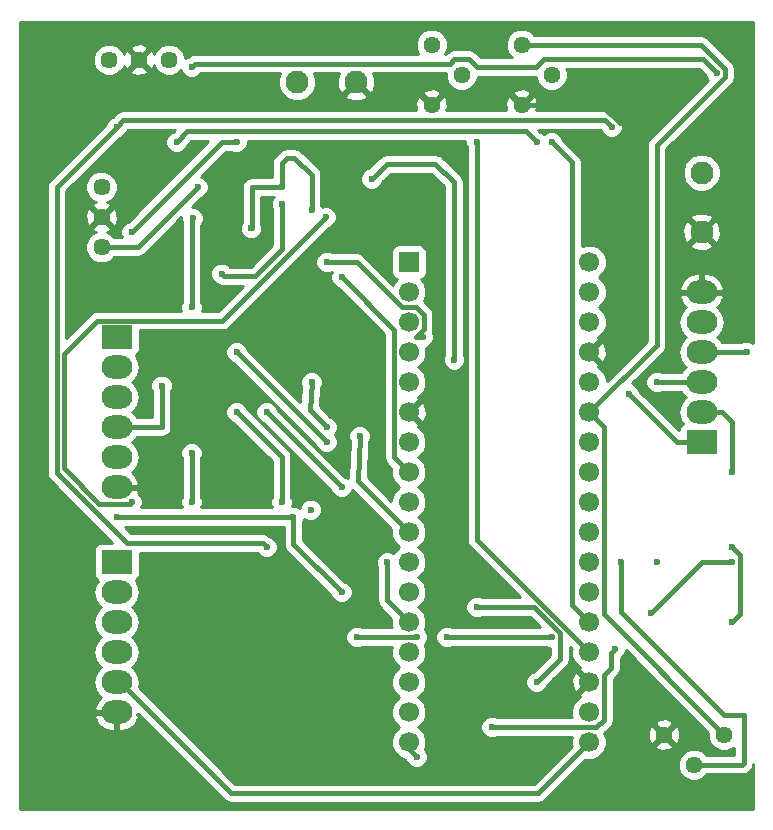
<source format=gbl>
G04 #@! TF.FileFunction,Copper,L2,Bot,Signal*
%FSLAX46Y46*%
G04 Gerber Fmt 4.6, Leading zero omitted, Abs format (unit mm)*
G04 Created by KiCad (PCBNEW 4.0.7+dfsg1-1ubuntu2) date Fri Sep 14 11:38:34 2018*
%MOMM*%
%LPD*%
G01*
G04 APERTURE LIST*
%ADD10C,0.100000*%
%ADD11C,1.700000*%
%ADD12R,1.700000X1.700000*%
%ADD13R,2.600000X2.000000*%
%ADD14O,2.600000X2.000000*%
%ADD15C,1.950000*%
%ADD16C,1.440000*%
%ADD17C,1.450000*%
%ADD18C,0.600000*%
%ADD19C,0.400000*%
%ADD20C,0.254000*%
G04 APERTURE END LIST*
D10*
D11*
X132715000Y-107950000D03*
X132715000Y-110490000D03*
X132715000Y-113030000D03*
X132715000Y-115570000D03*
X132715000Y-118110000D03*
X132715000Y-120650000D03*
X132715000Y-123190000D03*
X132715000Y-125730000D03*
X132715000Y-128270000D03*
X132715000Y-130810000D03*
X132715000Y-133350000D03*
X132715000Y-135890000D03*
X132715000Y-138430000D03*
X132715000Y-140970000D03*
X132715000Y-143510000D03*
X132715000Y-146050000D03*
X132715000Y-148590000D03*
D12*
X117459000Y-107950000D03*
D11*
X117459000Y-110490000D03*
X117459000Y-113030000D03*
X117459000Y-115570000D03*
X117459000Y-118110000D03*
X117459000Y-120650000D03*
X117459000Y-123190000D03*
X117459000Y-125730000D03*
X117459000Y-128270000D03*
X117459000Y-130810000D03*
X117459000Y-133350000D03*
X117459000Y-135890000D03*
X117459000Y-138430000D03*
X117459000Y-140970000D03*
X117459000Y-143510000D03*
X117459000Y-146050000D03*
X117459000Y-148590000D03*
D13*
X92710000Y-114300000D03*
D14*
X92710000Y-116840000D03*
X92710000Y-119380000D03*
X92710000Y-121920000D03*
X92710000Y-124460000D03*
X92710000Y-127000000D03*
D13*
X92710000Y-133350000D03*
D14*
X92710000Y-135890000D03*
X92710000Y-138430000D03*
X92710000Y-140970000D03*
X92710000Y-143510000D03*
X92710000Y-146050000D03*
D15*
X112990000Y-92710000D03*
X107990000Y-92710000D03*
D13*
X142240000Y-123190000D03*
D14*
X142240000Y-120650000D03*
X142240000Y-118110000D03*
X142240000Y-115570000D03*
X142240000Y-113030000D03*
X142240000Y-110490000D03*
D16*
X127000000Y-94615000D03*
X129540000Y-92075000D03*
X127000000Y-89535000D03*
X119380000Y-94615000D03*
X121920000Y-92075000D03*
X119380000Y-89535000D03*
D15*
X142240000Y-105370000D03*
X142240000Y-100370000D03*
D16*
X139065000Y-147955000D03*
X141605000Y-150495000D03*
X144145000Y-147955000D03*
D17*
X91440000Y-104140000D03*
X91440000Y-101600000D03*
X91440000Y-106680000D03*
X94615000Y-90805000D03*
X97155000Y-90805000D03*
X92075000Y-90805000D03*
D18*
X111760000Y-135890000D03*
X107689998Y-129540000D03*
X92710000Y-129540000D03*
X136398000Y-97282000D03*
X139446000Y-103124000D03*
X144780000Y-102870000D03*
X104140000Y-113792000D03*
X99060000Y-124125000D03*
X99060000Y-128270000D03*
X99144975Y-104224975D03*
X99060000Y-111760000D03*
X97790000Y-97790000D03*
X128270000Y-97790000D03*
X118110000Y-149860000D03*
X101600000Y-108924998D03*
X106705568Y-103053125D03*
X114300000Y-100900000D03*
X121285000Y-116205000D03*
X104089990Y-105090000D03*
X96520000Y-118410000D03*
X109220000Y-103505000D03*
X106680000Y-101600000D03*
X111760000Y-109220000D03*
X99568000Y-101600000D03*
X109140000Y-128905000D03*
X110490000Y-121920000D03*
X109220000Y-118110000D03*
X110490000Y-107950000D03*
X118618000Y-114300000D03*
X136067475Y-119126000D03*
X115600010Y-133350000D03*
X123190000Y-137160000D03*
X128270000Y-143510000D03*
X144780000Y-138430000D03*
X144780000Y-132080000D03*
X144780000Y-125730000D03*
X138430000Y-133350000D03*
X138430000Y-118110000D03*
X134874000Y-140716000D03*
X137922000Y-137668000D03*
X124460000Y-147320000D03*
X144780000Y-133350000D03*
X146050000Y-115570000D03*
X113284000Y-122682000D03*
X129540000Y-97790000D03*
X123190000Y-97790000D03*
X105410000Y-132080000D03*
X92710000Y-96520000D03*
X134620000Y-96520000D03*
X129540000Y-139700000D03*
X120650000Y-139700000D03*
X118110000Y-139700000D03*
X113030000Y-139700000D03*
X143510000Y-91925002D03*
X99060000Y-91440000D03*
X110490000Y-123190000D03*
X102870000Y-115570000D03*
X111760000Y-127000000D03*
X105410000Y-120650000D03*
X106680000Y-128270000D03*
X102870000Y-120650000D03*
X93980000Y-128270000D03*
X110409998Y-104140000D03*
X93980000Y-105410000D03*
X102870000Y-97790000D03*
X135382000Y-133350000D03*
D19*
X107689998Y-129540000D02*
X107689998Y-131819998D01*
X107689998Y-131819998D02*
X111760000Y-135890000D01*
X92710000Y-129540000D02*
X107689998Y-129540000D01*
X136398000Y-97282000D02*
X136398000Y-96857736D01*
X136398000Y-96857736D02*
X135724263Y-96183999D01*
X135724263Y-96183999D02*
X135320001Y-96183999D01*
X135320001Y-96183999D02*
X133751002Y-94615000D01*
X133751002Y-94615000D02*
X127000000Y-94615000D01*
X144780000Y-102870000D02*
X139700000Y-102870000D01*
X139700000Y-102870000D02*
X139446000Y-103124000D01*
X92710000Y-146050000D02*
X93010000Y-146050000D01*
X99060000Y-128270000D02*
X99060000Y-124125000D01*
X127369999Y-96889999D02*
X128270000Y-97790000D01*
X99060000Y-111760000D02*
X99060000Y-104309950D01*
X99060000Y-104309950D02*
X99144975Y-104224975D01*
X97790000Y-97790000D02*
X98690001Y-96889999D01*
X98690001Y-96889999D02*
X127369999Y-96889999D01*
X117459000Y-148590000D02*
X117459000Y-149209000D01*
X117459000Y-149209000D02*
X118110000Y-149860000D01*
X132715000Y-148590000D02*
X128374972Y-152930028D01*
X128374972Y-152930028D02*
X102430028Y-152930028D01*
X102430028Y-152930028D02*
X93010000Y-143510000D01*
X93010000Y-143510000D02*
X92710000Y-143510000D01*
X106705568Y-103053125D02*
X106705568Y-106875434D01*
X106705568Y-106875434D02*
X104423001Y-109158001D01*
X104423001Y-109158001D02*
X101833003Y-109158001D01*
X101833003Y-109158001D02*
X101600000Y-108924998D01*
X121285000Y-116205000D02*
X121285000Y-101198998D01*
X121285000Y-101198998D02*
X119716001Y-99629999D01*
X119716001Y-99629999D02*
X115570001Y-99629999D01*
X115570001Y-99629999D02*
X114300000Y-100900000D01*
X104140000Y-101600000D02*
X104140000Y-105039990D01*
X104140000Y-105039990D02*
X104089990Y-105090000D01*
X104140000Y-101600000D02*
X106680000Y-101600000D01*
X96520000Y-121920000D02*
X96520000Y-118410000D01*
X92710000Y-121920000D02*
X96520000Y-121920000D01*
X92710000Y-121920000D02*
X93010000Y-121920000D01*
X109220000Y-103505000D02*
X109220000Y-100563998D01*
X109220000Y-100563998D02*
X107778001Y-99121999D01*
X107778001Y-99121999D02*
X107105999Y-99121999D01*
X107105999Y-99121999D02*
X106680000Y-99547998D01*
X106680000Y-99547998D02*
X106680000Y-101600000D01*
X111760000Y-109220000D02*
X116208999Y-113668999D01*
X116208999Y-113668999D02*
X116208999Y-124479999D01*
X116208999Y-124479999D02*
X117459000Y-125730000D01*
X142240000Y-123190000D02*
X140131475Y-123190000D01*
X140131475Y-123190000D02*
X136067475Y-119126000D01*
X94488000Y-106680000D02*
X91440000Y-106680000D01*
X99568000Y-101600000D02*
X94488000Y-106680000D01*
X109220000Y-118110000D02*
X109052525Y-120482525D01*
X109052525Y-120482525D02*
X110490000Y-121920000D01*
X118618000Y-114300000D02*
X118039002Y-114300000D01*
X118039002Y-114300000D02*
X118709001Y-113630001D01*
X118709001Y-113630001D02*
X118709001Y-112429999D01*
X118709001Y-112429999D02*
X118059001Y-111779999D01*
X118059001Y-111779999D02*
X116858999Y-111779999D01*
X116858999Y-111779999D02*
X113029000Y-107950000D01*
X113029000Y-107950000D02*
X110490000Y-107950000D01*
X115600010Y-133350000D02*
X115600010Y-136571010D01*
X115600010Y-136571010D02*
X117459000Y-138430000D01*
X128270000Y-143510000D02*
X130240001Y-141539999D01*
X130240001Y-141539999D02*
X130240001Y-139363999D01*
X130240001Y-139363999D02*
X128036002Y-137160000D01*
X128036002Y-137160000D02*
X123190000Y-137160000D01*
X144780000Y-132080000D02*
X145480001Y-132780001D01*
X145480001Y-132780001D02*
X145480001Y-137729999D01*
X145480001Y-137729999D02*
X144780000Y-138430000D01*
X142240000Y-120650000D02*
X143940000Y-120650000D01*
X143940000Y-120650000D02*
X144780000Y-121490000D01*
X144780000Y-121490000D02*
X144780000Y-125730000D01*
X142240000Y-118110000D02*
X138430000Y-118110000D01*
X134874000Y-140716000D02*
X134574001Y-141015999D01*
X134574001Y-141015999D02*
X134574001Y-142285999D01*
X134574001Y-142285999D02*
X133965001Y-142894999D01*
X142240000Y-133350000D02*
X137922000Y-137668000D01*
X133335000Y-147320000D02*
X124460000Y-147320000D01*
X133965001Y-142894999D02*
X133965001Y-146689999D01*
X133965001Y-146689999D02*
X133335000Y-147320000D01*
X144780000Y-133350000D02*
X142240000Y-133350000D01*
X142240000Y-115570000D02*
X146050000Y-115570000D01*
X113284000Y-122682000D02*
X113160001Y-126511001D01*
X113160001Y-126511001D02*
X117459000Y-130810000D01*
X129540000Y-97790000D02*
X131264999Y-99514999D01*
X131264999Y-99514999D02*
X131264999Y-136979999D01*
X131264999Y-136979999D02*
X132715000Y-138430000D01*
X132715000Y-120650000D02*
X138430000Y-114935000D01*
X142156000Y-89535000D02*
X127000000Y-89535000D01*
X138430000Y-114935000D02*
X138430000Y-98041004D01*
X144210001Y-92261003D02*
X144210001Y-91589001D01*
X138430000Y-98041004D02*
X144210001Y-92261003D01*
X144210001Y-91589001D02*
X142156000Y-89535000D01*
X144145000Y-147955000D02*
X133965001Y-137775001D01*
X133965001Y-121900001D02*
X132715000Y-120650000D01*
X133965001Y-137775001D02*
X133965001Y-121900001D01*
X123190000Y-97790000D02*
X123190000Y-131445000D01*
X123190000Y-131445000D02*
X132715000Y-140970000D01*
X92710000Y-96520000D02*
X87630000Y-101600000D01*
X87630000Y-125792002D02*
X93587997Y-131749999D01*
X87630000Y-101600000D02*
X87630000Y-125792002D01*
X93587997Y-131749999D02*
X105079999Y-131749999D01*
X105079999Y-131749999D02*
X105410000Y-132080000D01*
X93294999Y-95935001D02*
X92710000Y-96520000D01*
X134620000Y-96520000D02*
X134035001Y-95935001D01*
X134035001Y-95935001D02*
X93294999Y-95935001D01*
X120650000Y-139700000D02*
X129540000Y-139700000D01*
X113030000Y-139700000D02*
X118110000Y-139700000D01*
X99060000Y-91440000D02*
X99365001Y-91134999D01*
X99365001Y-91134999D02*
X120906399Y-91134999D01*
X120906399Y-91134999D02*
X121286399Y-90754999D01*
X121286399Y-90754999D02*
X122553601Y-90754999D01*
X123240001Y-91441399D02*
X128219999Y-91441399D01*
X122553601Y-90754999D02*
X123240001Y-91441399D01*
X128219999Y-91441399D02*
X128906399Y-90754999D01*
X128906399Y-90754999D02*
X142339997Y-90754999D01*
X142339997Y-90754999D02*
X143510000Y-91925002D01*
X102870000Y-115570000D02*
X110490000Y-123190000D01*
X105410000Y-120650000D02*
X111760000Y-127000000D01*
X102870000Y-120650000D02*
X106680000Y-124460000D01*
X106680000Y-124460000D02*
X106680000Y-128270000D01*
X88230010Y-115759988D02*
X88230010Y-125402062D01*
X88230010Y-125402062D02*
X91227958Y-128400010D01*
X91227958Y-128400010D02*
X93849990Y-128400010D01*
X93849990Y-128400010D02*
X93980000Y-128270000D01*
X110409998Y-104140000D02*
X101649999Y-112899999D01*
X101649999Y-112899999D02*
X91089999Y-112899999D01*
X91089999Y-112899999D02*
X88230010Y-115759988D01*
X102870000Y-97790000D02*
X101600000Y-97790000D01*
X101600000Y-97790000D02*
X93980000Y-105410000D01*
X145796000Y-150368000D02*
X145669000Y-150495000D01*
X145669000Y-150495000D02*
X141605000Y-150495000D01*
X145796000Y-146304000D02*
X145796000Y-150368000D01*
X144151602Y-146304000D02*
X145796000Y-146304000D01*
X135382000Y-133350000D02*
X135382000Y-137534398D01*
X135382000Y-137534398D02*
X144151602Y-146304000D01*
D20*
G36*
X146610000Y-114807533D02*
X146580327Y-114777808D01*
X146236799Y-114635162D01*
X145864833Y-114634838D01*
X145622422Y-114735000D01*
X143948594Y-114735000D01*
X143734029Y-114413880D01*
X143563595Y-114300000D01*
X143734029Y-114186120D01*
X144088452Y-113655687D01*
X144212909Y-113030000D01*
X144088452Y-112404313D01*
X143734029Y-111873880D01*
X143543812Y-111746781D01*
X143785922Y-111556317D01*
X144099144Y-110998355D01*
X144130124Y-110870434D01*
X144010777Y-110617000D01*
X142367000Y-110617000D01*
X142367000Y-110637000D01*
X142113000Y-110637000D01*
X142113000Y-110617000D01*
X140469223Y-110617000D01*
X140349876Y-110870434D01*
X140380856Y-110998355D01*
X140694078Y-111556317D01*
X140936188Y-111746781D01*
X140745971Y-111873880D01*
X140391548Y-112404313D01*
X140267091Y-113030000D01*
X140391548Y-113655687D01*
X140745971Y-114186120D01*
X140916405Y-114300000D01*
X140745971Y-114413880D01*
X140391548Y-114944313D01*
X140267091Y-115570000D01*
X140391548Y-116195687D01*
X140745971Y-116726120D01*
X140916405Y-116840000D01*
X140745971Y-116953880D01*
X140531406Y-117275000D01*
X138857234Y-117275000D01*
X138616799Y-117175162D01*
X138244833Y-117174838D01*
X137901057Y-117316883D01*
X137637808Y-117579673D01*
X137495162Y-117923201D01*
X137494838Y-118295167D01*
X137636883Y-118638943D01*
X137899673Y-118902192D01*
X138243201Y-119044838D01*
X138615167Y-119045162D01*
X138857578Y-118945000D01*
X140531406Y-118945000D01*
X140745971Y-119266120D01*
X140916405Y-119380000D01*
X140745971Y-119493880D01*
X140391548Y-120024313D01*
X140267091Y-120650000D01*
X140391548Y-121275687D01*
X140631093Y-121634192D01*
X140488559Y-121725910D01*
X140343569Y-121938110D01*
X140295892Y-122173549D01*
X136960010Y-118837667D01*
X136860592Y-118597057D01*
X136597802Y-118333808D01*
X136325239Y-118220629D01*
X139020435Y-115525434D01*
X139201440Y-115254540D01*
X139265000Y-114935000D01*
X139265000Y-110109566D01*
X140349876Y-110109566D01*
X140469223Y-110363000D01*
X142113000Y-110363000D01*
X142113000Y-108855000D01*
X142367000Y-108855000D01*
X142367000Y-110363000D01*
X144010777Y-110363000D01*
X144130124Y-110109566D01*
X144099144Y-109981645D01*
X143785922Y-109423683D01*
X143283020Y-109028058D01*
X142667000Y-108855000D01*
X142367000Y-108855000D01*
X142113000Y-108855000D01*
X141813000Y-108855000D01*
X141196980Y-109028058D01*
X140694078Y-109423683D01*
X140380856Y-109981645D01*
X140349876Y-110109566D01*
X139265000Y-110109566D01*
X139265000Y-106504442D01*
X141285163Y-106504442D01*
X141380763Y-106768704D01*
X141981429Y-106991049D01*
X142621461Y-106966605D01*
X143099237Y-106768704D01*
X143194837Y-106504442D01*
X142240000Y-105549605D01*
X141285163Y-106504442D01*
X139265000Y-106504442D01*
X139265000Y-105111429D01*
X140618951Y-105111429D01*
X140643395Y-105751461D01*
X140841296Y-106229237D01*
X141105558Y-106324837D01*
X142060395Y-105370000D01*
X142419605Y-105370000D01*
X143374442Y-106324837D01*
X143638704Y-106229237D01*
X143861049Y-105628571D01*
X143836605Y-104988539D01*
X143638704Y-104510763D01*
X143374442Y-104415163D01*
X142419605Y-105370000D01*
X142060395Y-105370000D01*
X141105558Y-104415163D01*
X140841296Y-104510763D01*
X140618951Y-105111429D01*
X139265000Y-105111429D01*
X139265000Y-104235558D01*
X141285163Y-104235558D01*
X142240000Y-105190395D01*
X143194837Y-104235558D01*
X143099237Y-103971296D01*
X142498571Y-103748951D01*
X141858539Y-103773395D01*
X141380763Y-103971296D01*
X141285163Y-104235558D01*
X139265000Y-104235558D01*
X139265000Y-100688844D01*
X140629721Y-100688844D01*
X140874312Y-101280800D01*
X141326817Y-101734096D01*
X141918346Y-101979720D01*
X142558844Y-101980279D01*
X143150800Y-101735688D01*
X143604096Y-101283183D01*
X143849720Y-100691654D01*
X143850279Y-100051156D01*
X143605688Y-99459200D01*
X143153183Y-99005904D01*
X142561654Y-98760280D01*
X141921156Y-98759721D01*
X141329200Y-99004312D01*
X140875904Y-99456817D01*
X140630280Y-100048346D01*
X140629721Y-100688844D01*
X139265000Y-100688844D01*
X139265000Y-98386872D01*
X144800435Y-92851437D01*
X144904000Y-92696441D01*
X144981440Y-92580544D01*
X145045001Y-92261003D01*
X145045001Y-91589001D01*
X144981440Y-91269460D01*
X144800435Y-90998567D01*
X142746434Y-88944566D01*
X142475541Y-88763561D01*
X142156000Y-88700000D01*
X128081045Y-88700000D01*
X127768548Y-88386957D01*
X127270709Y-88180236D01*
X126731656Y-88179765D01*
X126233457Y-88385617D01*
X125851957Y-88766452D01*
X125645236Y-89264291D01*
X125644765Y-89803344D01*
X125850617Y-90301543D01*
X126154942Y-90606399D01*
X123585869Y-90606399D01*
X123144035Y-90164565D01*
X123085471Y-90125434D01*
X122873142Y-89983560D01*
X122553601Y-89919999D01*
X121286399Y-89919999D01*
X120966858Y-89983560D01*
X120754529Y-90125434D01*
X120695965Y-90164565D01*
X120560531Y-90299999D01*
X120529517Y-90299999D01*
X120734764Y-89805709D01*
X120735235Y-89266656D01*
X120529383Y-88768457D01*
X120148548Y-88386957D01*
X119650709Y-88180236D01*
X119111656Y-88179765D01*
X118613457Y-88385617D01*
X118231957Y-88766452D01*
X118025236Y-89264291D01*
X118024765Y-89803344D01*
X118229979Y-90299999D01*
X99365001Y-90299999D01*
X99045461Y-90363559D01*
X98774567Y-90544565D01*
X98771667Y-90547465D01*
X98531057Y-90646883D01*
X98515125Y-90662787D01*
X98515236Y-90535666D01*
X98308624Y-90035628D01*
X97926384Y-89652720D01*
X97426708Y-89445237D01*
X96885666Y-89444764D01*
X96385628Y-89651376D01*
X96002720Y-90033616D01*
X95891654Y-90301092D01*
X95806753Y-90096122D01*
X95568398Y-90031207D01*
X94794605Y-90805000D01*
X95568398Y-91578793D01*
X95806753Y-91513878D01*
X95885025Y-91292783D01*
X96001376Y-91574372D01*
X96383616Y-91957280D01*
X96883292Y-92164763D01*
X97424334Y-92165236D01*
X97924372Y-91958624D01*
X98163844Y-91719570D01*
X98266883Y-91968943D01*
X98529673Y-92232192D01*
X98873201Y-92374838D01*
X99245167Y-92375162D01*
X99588943Y-92233117D01*
X99852192Y-91970327D01*
X99852328Y-91969999D01*
X106553993Y-91969999D01*
X106380280Y-92388346D01*
X106379721Y-93028844D01*
X106624312Y-93620800D01*
X107076817Y-94074096D01*
X107668346Y-94319720D01*
X108308844Y-94320279D01*
X108900800Y-94075688D01*
X109132450Y-93844442D01*
X112035163Y-93844442D01*
X112130763Y-94108704D01*
X112731429Y-94331049D01*
X113371461Y-94306605D01*
X113849237Y-94108704D01*
X113944837Y-93844442D01*
X113765621Y-93665226D01*
X118609831Y-93665226D01*
X119380000Y-94435395D01*
X120150169Y-93665226D01*
X126229831Y-93665226D01*
X127000000Y-94435395D01*
X127770169Y-93665226D01*
X127705869Y-93427389D01*
X127197658Y-93247667D01*
X126659356Y-93276108D01*
X126294131Y-93427389D01*
X126229831Y-93665226D01*
X120150169Y-93665226D01*
X120085869Y-93427389D01*
X119577658Y-93247667D01*
X119039356Y-93276108D01*
X118674131Y-93427389D01*
X118609831Y-93665226D01*
X113765621Y-93665226D01*
X112990000Y-92889605D01*
X112035163Y-93844442D01*
X109132450Y-93844442D01*
X109354096Y-93623183D01*
X109599720Y-93031654D01*
X109600279Y-92391156D01*
X109426261Y-91969999D01*
X111547159Y-91969999D01*
X111368951Y-92451429D01*
X111393395Y-93091461D01*
X111591296Y-93569237D01*
X111855558Y-93664837D01*
X112810395Y-92710000D01*
X112796253Y-92695858D01*
X112975858Y-92516253D01*
X112990000Y-92530395D01*
X113004143Y-92516253D01*
X113183748Y-92695858D01*
X113169605Y-92710000D01*
X114124442Y-93664837D01*
X114388704Y-93569237D01*
X114611049Y-92968571D01*
X114586605Y-92328539D01*
X114438093Y-91969999D01*
X120565091Y-91969999D01*
X120564765Y-92343344D01*
X120770617Y-92841543D01*
X121151452Y-93223043D01*
X121649291Y-93429764D01*
X122188344Y-93430235D01*
X122686543Y-93224383D01*
X123068043Y-92843548D01*
X123274764Y-92345709D01*
X123274825Y-92276399D01*
X128184823Y-92276399D01*
X128184765Y-92343344D01*
X128390617Y-92841543D01*
X128771452Y-93223043D01*
X129269291Y-93429764D01*
X129808344Y-93430235D01*
X130306543Y-93224383D01*
X130688043Y-92843548D01*
X130894764Y-92345709D01*
X130895235Y-91806656D01*
X130805714Y-91589999D01*
X141994129Y-91589999D01*
X142617465Y-92213335D01*
X142716883Y-92453945D01*
X142776485Y-92513651D01*
X137839566Y-97450570D01*
X137658561Y-97721463D01*
X137595000Y-98041004D01*
X137595000Y-114589131D01*
X134200110Y-117984021D01*
X134200257Y-117815911D01*
X133974656Y-117269914D01*
X133557283Y-116851812D01*
X133509688Y-116832049D01*
X133579353Y-116613958D01*
X132715000Y-115749605D01*
X132700858Y-115763748D01*
X132521253Y-115584143D01*
X132535395Y-115570000D01*
X132894605Y-115570000D01*
X133758958Y-116434353D01*
X134010259Y-116354080D01*
X134211718Y-115798721D01*
X134185315Y-115208542D01*
X134010259Y-114785920D01*
X133758958Y-114705647D01*
X132894605Y-115570000D01*
X132535395Y-115570000D01*
X132521253Y-115555858D01*
X132700858Y-115376253D01*
X132715000Y-115390395D01*
X133579353Y-114526042D01*
X133509819Y-114308360D01*
X133555086Y-114289656D01*
X133973188Y-113872283D01*
X134199742Y-113326681D01*
X134200257Y-112735911D01*
X133974656Y-112189914D01*
X133557283Y-111771812D01*
X133529443Y-111760252D01*
X133555086Y-111749656D01*
X133973188Y-111332283D01*
X134199742Y-110786681D01*
X134200257Y-110195911D01*
X133974656Y-109649914D01*
X133557283Y-109231812D01*
X133529443Y-109220252D01*
X133555086Y-109209656D01*
X133973188Y-108792283D01*
X134199742Y-108246681D01*
X134200257Y-107655911D01*
X133974656Y-107109914D01*
X133557283Y-106691812D01*
X133011681Y-106465258D01*
X132420911Y-106464743D01*
X132099999Y-106597341D01*
X132099999Y-99514999D01*
X132036438Y-99195458D01*
X131855433Y-98924565D01*
X130432535Y-97501667D01*
X130333117Y-97261057D01*
X130070327Y-96997808D01*
X129726799Y-96855162D01*
X129354833Y-96854838D01*
X129011057Y-96996883D01*
X128905046Y-97102710D01*
X128800327Y-96997808D01*
X128558090Y-96897222D01*
X128430869Y-96770001D01*
X133689133Y-96770001D01*
X133727466Y-96808334D01*
X133826883Y-97048943D01*
X134089673Y-97312192D01*
X134433201Y-97454838D01*
X134805167Y-97455162D01*
X135148943Y-97313117D01*
X135412192Y-97050327D01*
X135554838Y-96706799D01*
X135555162Y-96334833D01*
X135413117Y-95991057D01*
X135150327Y-95727808D01*
X134908091Y-95627222D01*
X134625435Y-95344567D01*
X134589968Y-95320869D01*
X134354542Y-95163562D01*
X134035001Y-95100001D01*
X128265718Y-95100001D01*
X128367333Y-94812658D01*
X128338892Y-94274356D01*
X128187611Y-93909131D01*
X127949774Y-93844831D01*
X127179605Y-94615000D01*
X127193748Y-94629143D01*
X127014143Y-94808748D01*
X127000000Y-94794605D01*
X126985858Y-94808748D01*
X126806253Y-94629143D01*
X126820395Y-94615000D01*
X126050226Y-93844831D01*
X125812389Y-93909131D01*
X125632667Y-94417342D01*
X125661108Y-94955644D01*
X125720903Y-95100001D01*
X120645718Y-95100001D01*
X120747333Y-94812658D01*
X120718892Y-94274356D01*
X120567611Y-93909131D01*
X120329774Y-93844831D01*
X119559605Y-94615000D01*
X119573748Y-94629143D01*
X119394143Y-94808748D01*
X119380000Y-94794605D01*
X119365858Y-94808748D01*
X119186253Y-94629143D01*
X119200395Y-94615000D01*
X118430226Y-93844831D01*
X118192389Y-93909131D01*
X118012667Y-94417342D01*
X118041108Y-94955644D01*
X118100903Y-95100001D01*
X93294999Y-95100001D01*
X92975459Y-95163561D01*
X92704565Y-95344566D01*
X92421666Y-95627466D01*
X92181057Y-95726883D01*
X91917808Y-95989673D01*
X91817222Y-96231910D01*
X87039566Y-101009566D01*
X86858561Y-101280459D01*
X86795000Y-101600000D01*
X86795000Y-125792002D01*
X86858561Y-126111543D01*
X86998138Y-126320434D01*
X87039566Y-126382436D01*
X92359690Y-131702560D01*
X91410000Y-131702560D01*
X91174683Y-131746838D01*
X90958559Y-131885910D01*
X90813569Y-132098110D01*
X90762560Y-132350000D01*
X90762560Y-134350000D01*
X90806838Y-134585317D01*
X90945910Y-134801441D01*
X91100329Y-134906951D01*
X90861548Y-135264313D01*
X90737091Y-135890000D01*
X90861548Y-136515687D01*
X91215971Y-137046120D01*
X91386405Y-137160000D01*
X91215971Y-137273880D01*
X90861548Y-137804313D01*
X90737091Y-138430000D01*
X90861548Y-139055687D01*
X91215971Y-139586120D01*
X91386405Y-139700000D01*
X91215971Y-139813880D01*
X90861548Y-140344313D01*
X90737091Y-140970000D01*
X90861548Y-141595687D01*
X91215971Y-142126120D01*
X91386405Y-142240000D01*
X91215971Y-142353880D01*
X90861548Y-142884313D01*
X90737091Y-143510000D01*
X90861548Y-144135687D01*
X91215971Y-144666120D01*
X91406188Y-144793219D01*
X91164078Y-144983683D01*
X90850856Y-145541645D01*
X90819876Y-145669566D01*
X90939223Y-145923000D01*
X92583000Y-145923000D01*
X92583000Y-145903000D01*
X92837000Y-145903000D01*
X92837000Y-145923000D01*
X92857000Y-145923000D01*
X92857000Y-146177000D01*
X92837000Y-146177000D01*
X92837000Y-147685000D01*
X93137000Y-147685000D01*
X93753020Y-147511942D01*
X94255922Y-147116317D01*
X94569144Y-146558355D01*
X94600124Y-146430434D01*
X94480778Y-146177002D01*
X94496134Y-146177002D01*
X101839594Y-153520462D01*
X102110487Y-153701467D01*
X102430028Y-153765028D01*
X128374972Y-153765028D01*
X128694513Y-153701467D01*
X128965406Y-153520462D01*
X132413236Y-150072632D01*
X132418319Y-150074742D01*
X133009089Y-150075257D01*
X133555086Y-149849656D01*
X133973188Y-149432283D01*
X134192229Y-148904774D01*
X138294831Y-148904774D01*
X138359131Y-149142611D01*
X138867342Y-149322333D01*
X139405644Y-149293892D01*
X139770869Y-149142611D01*
X139835169Y-148904774D01*
X139065000Y-148134605D01*
X138294831Y-148904774D01*
X134192229Y-148904774D01*
X134199742Y-148886681D01*
X134200257Y-148295911D01*
X134007197Y-147828671D01*
X134078526Y-147757342D01*
X137697667Y-147757342D01*
X137726108Y-148295644D01*
X137877389Y-148660869D01*
X138115226Y-148725169D01*
X138885395Y-147955000D01*
X139244605Y-147955000D01*
X140014774Y-148725169D01*
X140252611Y-148660869D01*
X140432333Y-148152658D01*
X140403892Y-147614356D01*
X140252611Y-147249131D01*
X140014774Y-147184831D01*
X139244605Y-147955000D01*
X138885395Y-147955000D01*
X138115226Y-147184831D01*
X137877389Y-147249131D01*
X137697667Y-147757342D01*
X134078526Y-147757342D01*
X134555435Y-147280433D01*
X134619314Y-147184831D01*
X134736440Y-147009540D01*
X134737298Y-147005226D01*
X138294831Y-147005226D01*
X139065000Y-147775395D01*
X139835169Y-147005226D01*
X139770869Y-146767389D01*
X139262658Y-146587667D01*
X138724356Y-146616108D01*
X138359131Y-146767389D01*
X138294831Y-147005226D01*
X134737298Y-147005226D01*
X134800001Y-146689999D01*
X134800001Y-143240867D01*
X135164435Y-142876433D01*
X135256558Y-142738561D01*
X135345440Y-142605540D01*
X135409001Y-142285999D01*
X135409001Y-141503070D01*
X135666192Y-141246327D01*
X135808838Y-140902799D01*
X135808928Y-140799796D01*
X142790151Y-147781019D01*
X142789765Y-148223344D01*
X142995617Y-148721543D01*
X143376452Y-149103043D01*
X143874291Y-149309764D01*
X144413344Y-149310235D01*
X144911543Y-149104383D01*
X144961000Y-149055012D01*
X144961000Y-149660000D01*
X142686045Y-149660000D01*
X142373548Y-149346957D01*
X141875709Y-149140236D01*
X141336656Y-149139765D01*
X140838457Y-149345617D01*
X140456957Y-149726452D01*
X140250236Y-150224291D01*
X140249765Y-150763344D01*
X140455617Y-151261543D01*
X140836452Y-151643043D01*
X141334291Y-151849764D01*
X141873344Y-151850235D01*
X142371543Y-151644383D01*
X142686475Y-151330000D01*
X145669000Y-151330000D01*
X145988541Y-151266439D01*
X146259434Y-151085434D01*
X146386434Y-150958434D01*
X146495745Y-150794838D01*
X146567439Y-150687541D01*
X146610000Y-150473574D01*
X146610000Y-154230000D01*
X84530000Y-154230000D01*
X84530000Y-146430434D01*
X90819876Y-146430434D01*
X90850856Y-146558355D01*
X91164078Y-147116317D01*
X91666980Y-147511942D01*
X92283000Y-147685000D01*
X92583000Y-147685000D01*
X92583000Y-146177000D01*
X90939223Y-146177000D01*
X90819876Y-146430434D01*
X84530000Y-146430434D01*
X84530000Y-91074334D01*
X90714764Y-91074334D01*
X90921376Y-91574372D01*
X91303616Y-91957280D01*
X91803292Y-92164763D01*
X92344334Y-92165236D01*
X92844372Y-91958624D01*
X93044947Y-91758398D01*
X93841207Y-91758398D01*
X93906122Y-91996753D01*
X94416146Y-92177312D01*
X94956444Y-92148949D01*
X95323878Y-91996753D01*
X95388793Y-91758398D01*
X94615000Y-90984605D01*
X93841207Y-91758398D01*
X93044947Y-91758398D01*
X93227280Y-91576384D01*
X93338346Y-91308908D01*
X93423247Y-91513878D01*
X93661602Y-91578793D01*
X94435395Y-90805000D01*
X93661602Y-90031207D01*
X93423247Y-90096122D01*
X93344975Y-90317217D01*
X93228624Y-90035628D01*
X93044920Y-89851602D01*
X93841207Y-89851602D01*
X94615000Y-90625395D01*
X95388793Y-89851602D01*
X95323878Y-89613247D01*
X94813854Y-89432688D01*
X94273556Y-89461051D01*
X93906122Y-89613247D01*
X93841207Y-89851602D01*
X93044920Y-89851602D01*
X92846384Y-89652720D01*
X92346708Y-89445237D01*
X91805666Y-89444764D01*
X91305628Y-89651376D01*
X90922720Y-90033616D01*
X90715237Y-90533292D01*
X90714764Y-91074334D01*
X84530000Y-91074334D01*
X84530000Y-87578000D01*
X146610000Y-87578000D01*
X146610000Y-114807533D01*
X146610000Y-114807533D01*
G37*
X146610000Y-114807533D02*
X146580327Y-114777808D01*
X146236799Y-114635162D01*
X145864833Y-114634838D01*
X145622422Y-114735000D01*
X143948594Y-114735000D01*
X143734029Y-114413880D01*
X143563595Y-114300000D01*
X143734029Y-114186120D01*
X144088452Y-113655687D01*
X144212909Y-113030000D01*
X144088452Y-112404313D01*
X143734029Y-111873880D01*
X143543812Y-111746781D01*
X143785922Y-111556317D01*
X144099144Y-110998355D01*
X144130124Y-110870434D01*
X144010777Y-110617000D01*
X142367000Y-110617000D01*
X142367000Y-110637000D01*
X142113000Y-110637000D01*
X142113000Y-110617000D01*
X140469223Y-110617000D01*
X140349876Y-110870434D01*
X140380856Y-110998355D01*
X140694078Y-111556317D01*
X140936188Y-111746781D01*
X140745971Y-111873880D01*
X140391548Y-112404313D01*
X140267091Y-113030000D01*
X140391548Y-113655687D01*
X140745971Y-114186120D01*
X140916405Y-114300000D01*
X140745971Y-114413880D01*
X140391548Y-114944313D01*
X140267091Y-115570000D01*
X140391548Y-116195687D01*
X140745971Y-116726120D01*
X140916405Y-116840000D01*
X140745971Y-116953880D01*
X140531406Y-117275000D01*
X138857234Y-117275000D01*
X138616799Y-117175162D01*
X138244833Y-117174838D01*
X137901057Y-117316883D01*
X137637808Y-117579673D01*
X137495162Y-117923201D01*
X137494838Y-118295167D01*
X137636883Y-118638943D01*
X137899673Y-118902192D01*
X138243201Y-119044838D01*
X138615167Y-119045162D01*
X138857578Y-118945000D01*
X140531406Y-118945000D01*
X140745971Y-119266120D01*
X140916405Y-119380000D01*
X140745971Y-119493880D01*
X140391548Y-120024313D01*
X140267091Y-120650000D01*
X140391548Y-121275687D01*
X140631093Y-121634192D01*
X140488559Y-121725910D01*
X140343569Y-121938110D01*
X140295892Y-122173549D01*
X136960010Y-118837667D01*
X136860592Y-118597057D01*
X136597802Y-118333808D01*
X136325239Y-118220629D01*
X139020435Y-115525434D01*
X139201440Y-115254540D01*
X139265000Y-114935000D01*
X139265000Y-110109566D01*
X140349876Y-110109566D01*
X140469223Y-110363000D01*
X142113000Y-110363000D01*
X142113000Y-108855000D01*
X142367000Y-108855000D01*
X142367000Y-110363000D01*
X144010777Y-110363000D01*
X144130124Y-110109566D01*
X144099144Y-109981645D01*
X143785922Y-109423683D01*
X143283020Y-109028058D01*
X142667000Y-108855000D01*
X142367000Y-108855000D01*
X142113000Y-108855000D01*
X141813000Y-108855000D01*
X141196980Y-109028058D01*
X140694078Y-109423683D01*
X140380856Y-109981645D01*
X140349876Y-110109566D01*
X139265000Y-110109566D01*
X139265000Y-106504442D01*
X141285163Y-106504442D01*
X141380763Y-106768704D01*
X141981429Y-106991049D01*
X142621461Y-106966605D01*
X143099237Y-106768704D01*
X143194837Y-106504442D01*
X142240000Y-105549605D01*
X141285163Y-106504442D01*
X139265000Y-106504442D01*
X139265000Y-105111429D01*
X140618951Y-105111429D01*
X140643395Y-105751461D01*
X140841296Y-106229237D01*
X141105558Y-106324837D01*
X142060395Y-105370000D01*
X142419605Y-105370000D01*
X143374442Y-106324837D01*
X143638704Y-106229237D01*
X143861049Y-105628571D01*
X143836605Y-104988539D01*
X143638704Y-104510763D01*
X143374442Y-104415163D01*
X142419605Y-105370000D01*
X142060395Y-105370000D01*
X141105558Y-104415163D01*
X140841296Y-104510763D01*
X140618951Y-105111429D01*
X139265000Y-105111429D01*
X139265000Y-104235558D01*
X141285163Y-104235558D01*
X142240000Y-105190395D01*
X143194837Y-104235558D01*
X143099237Y-103971296D01*
X142498571Y-103748951D01*
X141858539Y-103773395D01*
X141380763Y-103971296D01*
X141285163Y-104235558D01*
X139265000Y-104235558D01*
X139265000Y-100688844D01*
X140629721Y-100688844D01*
X140874312Y-101280800D01*
X141326817Y-101734096D01*
X141918346Y-101979720D01*
X142558844Y-101980279D01*
X143150800Y-101735688D01*
X143604096Y-101283183D01*
X143849720Y-100691654D01*
X143850279Y-100051156D01*
X143605688Y-99459200D01*
X143153183Y-99005904D01*
X142561654Y-98760280D01*
X141921156Y-98759721D01*
X141329200Y-99004312D01*
X140875904Y-99456817D01*
X140630280Y-100048346D01*
X140629721Y-100688844D01*
X139265000Y-100688844D01*
X139265000Y-98386872D01*
X144800435Y-92851437D01*
X144904000Y-92696441D01*
X144981440Y-92580544D01*
X145045001Y-92261003D01*
X145045001Y-91589001D01*
X144981440Y-91269460D01*
X144800435Y-90998567D01*
X142746434Y-88944566D01*
X142475541Y-88763561D01*
X142156000Y-88700000D01*
X128081045Y-88700000D01*
X127768548Y-88386957D01*
X127270709Y-88180236D01*
X126731656Y-88179765D01*
X126233457Y-88385617D01*
X125851957Y-88766452D01*
X125645236Y-89264291D01*
X125644765Y-89803344D01*
X125850617Y-90301543D01*
X126154942Y-90606399D01*
X123585869Y-90606399D01*
X123144035Y-90164565D01*
X123085471Y-90125434D01*
X122873142Y-89983560D01*
X122553601Y-89919999D01*
X121286399Y-89919999D01*
X120966858Y-89983560D01*
X120754529Y-90125434D01*
X120695965Y-90164565D01*
X120560531Y-90299999D01*
X120529517Y-90299999D01*
X120734764Y-89805709D01*
X120735235Y-89266656D01*
X120529383Y-88768457D01*
X120148548Y-88386957D01*
X119650709Y-88180236D01*
X119111656Y-88179765D01*
X118613457Y-88385617D01*
X118231957Y-88766452D01*
X118025236Y-89264291D01*
X118024765Y-89803344D01*
X118229979Y-90299999D01*
X99365001Y-90299999D01*
X99045461Y-90363559D01*
X98774567Y-90544565D01*
X98771667Y-90547465D01*
X98531057Y-90646883D01*
X98515125Y-90662787D01*
X98515236Y-90535666D01*
X98308624Y-90035628D01*
X97926384Y-89652720D01*
X97426708Y-89445237D01*
X96885666Y-89444764D01*
X96385628Y-89651376D01*
X96002720Y-90033616D01*
X95891654Y-90301092D01*
X95806753Y-90096122D01*
X95568398Y-90031207D01*
X94794605Y-90805000D01*
X95568398Y-91578793D01*
X95806753Y-91513878D01*
X95885025Y-91292783D01*
X96001376Y-91574372D01*
X96383616Y-91957280D01*
X96883292Y-92164763D01*
X97424334Y-92165236D01*
X97924372Y-91958624D01*
X98163844Y-91719570D01*
X98266883Y-91968943D01*
X98529673Y-92232192D01*
X98873201Y-92374838D01*
X99245167Y-92375162D01*
X99588943Y-92233117D01*
X99852192Y-91970327D01*
X99852328Y-91969999D01*
X106553993Y-91969999D01*
X106380280Y-92388346D01*
X106379721Y-93028844D01*
X106624312Y-93620800D01*
X107076817Y-94074096D01*
X107668346Y-94319720D01*
X108308844Y-94320279D01*
X108900800Y-94075688D01*
X109132450Y-93844442D01*
X112035163Y-93844442D01*
X112130763Y-94108704D01*
X112731429Y-94331049D01*
X113371461Y-94306605D01*
X113849237Y-94108704D01*
X113944837Y-93844442D01*
X113765621Y-93665226D01*
X118609831Y-93665226D01*
X119380000Y-94435395D01*
X120150169Y-93665226D01*
X126229831Y-93665226D01*
X127000000Y-94435395D01*
X127770169Y-93665226D01*
X127705869Y-93427389D01*
X127197658Y-93247667D01*
X126659356Y-93276108D01*
X126294131Y-93427389D01*
X126229831Y-93665226D01*
X120150169Y-93665226D01*
X120085869Y-93427389D01*
X119577658Y-93247667D01*
X119039356Y-93276108D01*
X118674131Y-93427389D01*
X118609831Y-93665226D01*
X113765621Y-93665226D01*
X112990000Y-92889605D01*
X112035163Y-93844442D01*
X109132450Y-93844442D01*
X109354096Y-93623183D01*
X109599720Y-93031654D01*
X109600279Y-92391156D01*
X109426261Y-91969999D01*
X111547159Y-91969999D01*
X111368951Y-92451429D01*
X111393395Y-93091461D01*
X111591296Y-93569237D01*
X111855558Y-93664837D01*
X112810395Y-92710000D01*
X112796253Y-92695858D01*
X112975858Y-92516253D01*
X112990000Y-92530395D01*
X113004143Y-92516253D01*
X113183748Y-92695858D01*
X113169605Y-92710000D01*
X114124442Y-93664837D01*
X114388704Y-93569237D01*
X114611049Y-92968571D01*
X114586605Y-92328539D01*
X114438093Y-91969999D01*
X120565091Y-91969999D01*
X120564765Y-92343344D01*
X120770617Y-92841543D01*
X121151452Y-93223043D01*
X121649291Y-93429764D01*
X122188344Y-93430235D01*
X122686543Y-93224383D01*
X123068043Y-92843548D01*
X123274764Y-92345709D01*
X123274825Y-92276399D01*
X128184823Y-92276399D01*
X128184765Y-92343344D01*
X128390617Y-92841543D01*
X128771452Y-93223043D01*
X129269291Y-93429764D01*
X129808344Y-93430235D01*
X130306543Y-93224383D01*
X130688043Y-92843548D01*
X130894764Y-92345709D01*
X130895235Y-91806656D01*
X130805714Y-91589999D01*
X141994129Y-91589999D01*
X142617465Y-92213335D01*
X142716883Y-92453945D01*
X142776485Y-92513651D01*
X137839566Y-97450570D01*
X137658561Y-97721463D01*
X137595000Y-98041004D01*
X137595000Y-114589131D01*
X134200110Y-117984021D01*
X134200257Y-117815911D01*
X133974656Y-117269914D01*
X133557283Y-116851812D01*
X133509688Y-116832049D01*
X133579353Y-116613958D01*
X132715000Y-115749605D01*
X132700858Y-115763748D01*
X132521253Y-115584143D01*
X132535395Y-115570000D01*
X132894605Y-115570000D01*
X133758958Y-116434353D01*
X134010259Y-116354080D01*
X134211718Y-115798721D01*
X134185315Y-115208542D01*
X134010259Y-114785920D01*
X133758958Y-114705647D01*
X132894605Y-115570000D01*
X132535395Y-115570000D01*
X132521253Y-115555858D01*
X132700858Y-115376253D01*
X132715000Y-115390395D01*
X133579353Y-114526042D01*
X133509819Y-114308360D01*
X133555086Y-114289656D01*
X133973188Y-113872283D01*
X134199742Y-113326681D01*
X134200257Y-112735911D01*
X133974656Y-112189914D01*
X133557283Y-111771812D01*
X133529443Y-111760252D01*
X133555086Y-111749656D01*
X133973188Y-111332283D01*
X134199742Y-110786681D01*
X134200257Y-110195911D01*
X133974656Y-109649914D01*
X133557283Y-109231812D01*
X133529443Y-109220252D01*
X133555086Y-109209656D01*
X133973188Y-108792283D01*
X134199742Y-108246681D01*
X134200257Y-107655911D01*
X133974656Y-107109914D01*
X133557283Y-106691812D01*
X133011681Y-106465258D01*
X132420911Y-106464743D01*
X132099999Y-106597341D01*
X132099999Y-99514999D01*
X132036438Y-99195458D01*
X131855433Y-98924565D01*
X130432535Y-97501667D01*
X130333117Y-97261057D01*
X130070327Y-96997808D01*
X129726799Y-96855162D01*
X129354833Y-96854838D01*
X129011057Y-96996883D01*
X128905046Y-97102710D01*
X128800327Y-96997808D01*
X128558090Y-96897222D01*
X128430869Y-96770001D01*
X133689133Y-96770001D01*
X133727466Y-96808334D01*
X133826883Y-97048943D01*
X134089673Y-97312192D01*
X134433201Y-97454838D01*
X134805167Y-97455162D01*
X135148943Y-97313117D01*
X135412192Y-97050327D01*
X135554838Y-96706799D01*
X135555162Y-96334833D01*
X135413117Y-95991057D01*
X135150327Y-95727808D01*
X134908091Y-95627222D01*
X134625435Y-95344567D01*
X134589968Y-95320869D01*
X134354542Y-95163562D01*
X134035001Y-95100001D01*
X128265718Y-95100001D01*
X128367333Y-94812658D01*
X128338892Y-94274356D01*
X128187611Y-93909131D01*
X127949774Y-93844831D01*
X127179605Y-94615000D01*
X127193748Y-94629143D01*
X127014143Y-94808748D01*
X127000000Y-94794605D01*
X126985858Y-94808748D01*
X126806253Y-94629143D01*
X126820395Y-94615000D01*
X126050226Y-93844831D01*
X125812389Y-93909131D01*
X125632667Y-94417342D01*
X125661108Y-94955644D01*
X125720903Y-95100001D01*
X120645718Y-95100001D01*
X120747333Y-94812658D01*
X120718892Y-94274356D01*
X120567611Y-93909131D01*
X120329774Y-93844831D01*
X119559605Y-94615000D01*
X119573748Y-94629143D01*
X119394143Y-94808748D01*
X119380000Y-94794605D01*
X119365858Y-94808748D01*
X119186253Y-94629143D01*
X119200395Y-94615000D01*
X118430226Y-93844831D01*
X118192389Y-93909131D01*
X118012667Y-94417342D01*
X118041108Y-94955644D01*
X118100903Y-95100001D01*
X93294999Y-95100001D01*
X92975459Y-95163561D01*
X92704565Y-95344566D01*
X92421666Y-95627466D01*
X92181057Y-95726883D01*
X91917808Y-95989673D01*
X91817222Y-96231910D01*
X87039566Y-101009566D01*
X86858561Y-101280459D01*
X86795000Y-101600000D01*
X86795000Y-125792002D01*
X86858561Y-126111543D01*
X86998138Y-126320434D01*
X87039566Y-126382436D01*
X92359690Y-131702560D01*
X91410000Y-131702560D01*
X91174683Y-131746838D01*
X90958559Y-131885910D01*
X90813569Y-132098110D01*
X90762560Y-132350000D01*
X90762560Y-134350000D01*
X90806838Y-134585317D01*
X90945910Y-134801441D01*
X91100329Y-134906951D01*
X90861548Y-135264313D01*
X90737091Y-135890000D01*
X90861548Y-136515687D01*
X91215971Y-137046120D01*
X91386405Y-137160000D01*
X91215971Y-137273880D01*
X90861548Y-137804313D01*
X90737091Y-138430000D01*
X90861548Y-139055687D01*
X91215971Y-139586120D01*
X91386405Y-139700000D01*
X91215971Y-139813880D01*
X90861548Y-140344313D01*
X90737091Y-140970000D01*
X90861548Y-141595687D01*
X91215971Y-142126120D01*
X91386405Y-142240000D01*
X91215971Y-142353880D01*
X90861548Y-142884313D01*
X90737091Y-143510000D01*
X90861548Y-144135687D01*
X91215971Y-144666120D01*
X91406188Y-144793219D01*
X91164078Y-144983683D01*
X90850856Y-145541645D01*
X90819876Y-145669566D01*
X90939223Y-145923000D01*
X92583000Y-145923000D01*
X92583000Y-145903000D01*
X92837000Y-145903000D01*
X92837000Y-145923000D01*
X92857000Y-145923000D01*
X92857000Y-146177000D01*
X92837000Y-146177000D01*
X92837000Y-147685000D01*
X93137000Y-147685000D01*
X93753020Y-147511942D01*
X94255922Y-147116317D01*
X94569144Y-146558355D01*
X94600124Y-146430434D01*
X94480778Y-146177002D01*
X94496134Y-146177002D01*
X101839594Y-153520462D01*
X102110487Y-153701467D01*
X102430028Y-153765028D01*
X128374972Y-153765028D01*
X128694513Y-153701467D01*
X128965406Y-153520462D01*
X132413236Y-150072632D01*
X132418319Y-150074742D01*
X133009089Y-150075257D01*
X133555086Y-149849656D01*
X133973188Y-149432283D01*
X134192229Y-148904774D01*
X138294831Y-148904774D01*
X138359131Y-149142611D01*
X138867342Y-149322333D01*
X139405644Y-149293892D01*
X139770869Y-149142611D01*
X139835169Y-148904774D01*
X139065000Y-148134605D01*
X138294831Y-148904774D01*
X134192229Y-148904774D01*
X134199742Y-148886681D01*
X134200257Y-148295911D01*
X134007197Y-147828671D01*
X134078526Y-147757342D01*
X137697667Y-147757342D01*
X137726108Y-148295644D01*
X137877389Y-148660869D01*
X138115226Y-148725169D01*
X138885395Y-147955000D01*
X139244605Y-147955000D01*
X140014774Y-148725169D01*
X140252611Y-148660869D01*
X140432333Y-148152658D01*
X140403892Y-147614356D01*
X140252611Y-147249131D01*
X140014774Y-147184831D01*
X139244605Y-147955000D01*
X138885395Y-147955000D01*
X138115226Y-147184831D01*
X137877389Y-147249131D01*
X137697667Y-147757342D01*
X134078526Y-147757342D01*
X134555435Y-147280433D01*
X134619314Y-147184831D01*
X134736440Y-147009540D01*
X134737298Y-147005226D01*
X138294831Y-147005226D01*
X139065000Y-147775395D01*
X139835169Y-147005226D01*
X139770869Y-146767389D01*
X139262658Y-146587667D01*
X138724356Y-146616108D01*
X138359131Y-146767389D01*
X138294831Y-147005226D01*
X134737298Y-147005226D01*
X134800001Y-146689999D01*
X134800001Y-143240867D01*
X135164435Y-142876433D01*
X135256558Y-142738561D01*
X135345440Y-142605540D01*
X135409001Y-142285999D01*
X135409001Y-141503070D01*
X135666192Y-141246327D01*
X135808838Y-140902799D01*
X135808928Y-140799796D01*
X142790151Y-147781019D01*
X142789765Y-148223344D01*
X142995617Y-148721543D01*
X143376452Y-149103043D01*
X143874291Y-149309764D01*
X144413344Y-149310235D01*
X144911543Y-149104383D01*
X144961000Y-149055012D01*
X144961000Y-149660000D01*
X142686045Y-149660000D01*
X142373548Y-149346957D01*
X141875709Y-149140236D01*
X141336656Y-149139765D01*
X140838457Y-149345617D01*
X140456957Y-149726452D01*
X140250236Y-150224291D01*
X140249765Y-150763344D01*
X140455617Y-151261543D01*
X140836452Y-151643043D01*
X141334291Y-151849764D01*
X141873344Y-151850235D01*
X142371543Y-151644383D01*
X142686475Y-151330000D01*
X145669000Y-151330000D01*
X145988541Y-151266439D01*
X146259434Y-151085434D01*
X146386434Y-150958434D01*
X146495745Y-150794838D01*
X146567439Y-150687541D01*
X146610000Y-150473574D01*
X146610000Y-154230000D01*
X84530000Y-154230000D01*
X84530000Y-146430434D01*
X90819876Y-146430434D01*
X90850856Y-146558355D01*
X91164078Y-147116317D01*
X91666980Y-147511942D01*
X92283000Y-147685000D01*
X92583000Y-147685000D01*
X92583000Y-146177000D01*
X90939223Y-146177000D01*
X90819876Y-146430434D01*
X84530000Y-146430434D01*
X84530000Y-91074334D01*
X90714764Y-91074334D01*
X90921376Y-91574372D01*
X91303616Y-91957280D01*
X91803292Y-92164763D01*
X92344334Y-92165236D01*
X92844372Y-91958624D01*
X93044947Y-91758398D01*
X93841207Y-91758398D01*
X93906122Y-91996753D01*
X94416146Y-92177312D01*
X94956444Y-92148949D01*
X95323878Y-91996753D01*
X95388793Y-91758398D01*
X94615000Y-90984605D01*
X93841207Y-91758398D01*
X93044947Y-91758398D01*
X93227280Y-91576384D01*
X93338346Y-91308908D01*
X93423247Y-91513878D01*
X93661602Y-91578793D01*
X94435395Y-90805000D01*
X93661602Y-90031207D01*
X93423247Y-90096122D01*
X93344975Y-90317217D01*
X93228624Y-90035628D01*
X93044920Y-89851602D01*
X93841207Y-89851602D01*
X94615000Y-90625395D01*
X95388793Y-89851602D01*
X95323878Y-89613247D01*
X94813854Y-89432688D01*
X94273556Y-89461051D01*
X93906122Y-89613247D01*
X93841207Y-89851602D01*
X93044920Y-89851602D01*
X92846384Y-89652720D01*
X92346708Y-89445237D01*
X91805666Y-89444764D01*
X91305628Y-89651376D01*
X90922720Y-90033616D01*
X90715237Y-90533292D01*
X90714764Y-91074334D01*
X84530000Y-91074334D01*
X84530000Y-87578000D01*
X146610000Y-87578000D01*
X146610000Y-114807533D01*
G36*
X122254838Y-97975167D02*
X122355000Y-98217578D01*
X122355000Y-131445000D01*
X122418561Y-131764541D01*
X122508109Y-131898559D01*
X122599566Y-132035434D01*
X126889132Y-136325000D01*
X123617234Y-136325000D01*
X123376799Y-136225162D01*
X123004833Y-136224838D01*
X122661057Y-136366883D01*
X122397808Y-136629673D01*
X122255162Y-136973201D01*
X122254838Y-137345167D01*
X122396883Y-137688943D01*
X122659673Y-137952192D01*
X123003201Y-138094838D01*
X123375167Y-138095162D01*
X123617578Y-137995000D01*
X127690134Y-137995000D01*
X128560134Y-138865000D01*
X121077234Y-138865000D01*
X120836799Y-138765162D01*
X120464833Y-138764838D01*
X120121057Y-138906883D01*
X119857808Y-139169673D01*
X119715162Y-139513201D01*
X119714838Y-139885167D01*
X119856883Y-140228943D01*
X120119673Y-140492192D01*
X120463201Y-140634838D01*
X120835167Y-140635162D01*
X121077578Y-140535000D01*
X129112766Y-140535000D01*
X129353201Y-140634838D01*
X129405001Y-140634883D01*
X129405001Y-141194131D01*
X127981667Y-142617465D01*
X127741057Y-142716883D01*
X127477808Y-142979673D01*
X127335162Y-143323201D01*
X127334838Y-143695167D01*
X127476883Y-144038943D01*
X127739673Y-144302192D01*
X128083201Y-144444838D01*
X128455167Y-144445162D01*
X128798943Y-144303117D01*
X129062192Y-144040327D01*
X129162778Y-143798090D01*
X129679589Y-143281279D01*
X131218282Y-143281279D01*
X131244685Y-143871458D01*
X131419741Y-144294080D01*
X131671042Y-144374353D01*
X132535395Y-143510000D01*
X131671042Y-142645647D01*
X131419741Y-142725920D01*
X131218282Y-143281279D01*
X129679589Y-143281279D01*
X130830435Y-142130433D01*
X130835027Y-142123560D01*
X131011440Y-141859540D01*
X131075001Y-141539999D01*
X131075001Y-140510869D01*
X131232368Y-140668236D01*
X131230258Y-140673319D01*
X131229743Y-141264089D01*
X131455344Y-141810086D01*
X131872717Y-142228188D01*
X131920312Y-142247951D01*
X131850647Y-142466042D01*
X132715000Y-143330395D01*
X132729143Y-143316253D01*
X132908748Y-143495858D01*
X132894605Y-143510000D01*
X132908748Y-143524143D01*
X132729143Y-143703748D01*
X132715000Y-143689605D01*
X131850647Y-144553958D01*
X131920181Y-144771640D01*
X131874914Y-144790344D01*
X131456812Y-145207717D01*
X131230258Y-145753319D01*
X131229743Y-146344089D01*
X131287966Y-146485000D01*
X124887234Y-146485000D01*
X124646799Y-146385162D01*
X124274833Y-146384838D01*
X123931057Y-146526883D01*
X123667808Y-146789673D01*
X123525162Y-147133201D01*
X123524838Y-147505167D01*
X123666883Y-147848943D01*
X123929673Y-148112192D01*
X124273201Y-148254838D01*
X124645167Y-148255162D01*
X124887578Y-148155000D01*
X131287693Y-148155000D01*
X131230258Y-148293319D01*
X131229743Y-148884089D01*
X131232755Y-148891377D01*
X128029104Y-152095028D01*
X102775896Y-152095028D01*
X94601274Y-143920406D01*
X94682909Y-143510000D01*
X94558452Y-142884313D01*
X94204029Y-142353880D01*
X94033595Y-142240000D01*
X94204029Y-142126120D01*
X94558452Y-141595687D01*
X94682909Y-140970000D01*
X94558452Y-140344313D01*
X94204029Y-139813880D01*
X94033595Y-139700000D01*
X94204029Y-139586120D01*
X94558452Y-139055687D01*
X94682909Y-138430000D01*
X94558452Y-137804313D01*
X94204029Y-137273880D01*
X94033595Y-137160000D01*
X94204029Y-137046120D01*
X94558452Y-136515687D01*
X94682909Y-135890000D01*
X94558452Y-135264313D01*
X94318907Y-134905808D01*
X94461441Y-134814090D01*
X94606431Y-134601890D01*
X94657440Y-134350000D01*
X94657440Y-132584999D01*
X104606990Y-132584999D01*
X104616883Y-132608943D01*
X104879673Y-132872192D01*
X105223201Y-133014838D01*
X105595167Y-133015162D01*
X105938943Y-132873117D01*
X106202192Y-132610327D01*
X106344838Y-132266799D01*
X106345162Y-131894833D01*
X106203117Y-131551057D01*
X105940327Y-131287808D01*
X105698090Y-131187222D01*
X105670433Y-131159565D01*
X105619391Y-131125460D01*
X105399540Y-130978560D01*
X105079999Y-130914999D01*
X93933865Y-130914999D01*
X93393866Y-130375000D01*
X106854998Y-130375000D01*
X106854998Y-131819998D01*
X106918559Y-132139539D01*
X107052792Y-132340433D01*
X107099564Y-132410432D01*
X110867465Y-136178333D01*
X110966883Y-136418943D01*
X111229673Y-136682192D01*
X111573201Y-136824838D01*
X111945167Y-136825162D01*
X112288943Y-136683117D01*
X112552192Y-136420327D01*
X112694838Y-136076799D01*
X112695162Y-135704833D01*
X112553117Y-135361057D01*
X112290327Y-135097808D01*
X112048090Y-134997222D01*
X108524998Y-131474130D01*
X108524998Y-129967234D01*
X108624836Y-129726799D01*
X108624856Y-129703497D01*
X108953201Y-129839838D01*
X109325167Y-129840162D01*
X109668943Y-129698117D01*
X109932192Y-129435327D01*
X110074838Y-129091799D01*
X110075162Y-128719833D01*
X109933117Y-128376057D01*
X109670327Y-128112808D01*
X109326799Y-127970162D01*
X108954833Y-127969838D01*
X108611057Y-128111883D01*
X108347808Y-128374673D01*
X108205162Y-128718201D01*
X108205142Y-128741503D01*
X107876797Y-128605162D01*
X107553349Y-128604880D01*
X107614838Y-128456799D01*
X107615162Y-128084833D01*
X107515000Y-127842422D01*
X107515000Y-124460000D01*
X107485521Y-124311799D01*
X107451440Y-124140460D01*
X107270434Y-123869566D01*
X104236035Y-120835167D01*
X104474838Y-120835167D01*
X104616883Y-121178943D01*
X104879673Y-121442192D01*
X105121910Y-121542778D01*
X110867465Y-127288333D01*
X110966883Y-127528943D01*
X111229673Y-127792192D01*
X111573201Y-127934838D01*
X111945167Y-127935162D01*
X112288943Y-127793117D01*
X112552192Y-127530327D01*
X112683129Y-127214997D01*
X115976368Y-130508236D01*
X115974258Y-130513319D01*
X115973743Y-131104089D01*
X116199344Y-131650086D01*
X116616717Y-132068188D01*
X116644557Y-132079748D01*
X116618914Y-132090344D01*
X116200812Y-132507717D01*
X116165419Y-132592952D01*
X116130337Y-132557808D01*
X115786809Y-132415162D01*
X115414843Y-132414838D01*
X115071067Y-132556883D01*
X114807818Y-132819673D01*
X114665172Y-133163201D01*
X114664848Y-133535167D01*
X114765010Y-133777578D01*
X114765010Y-136571010D01*
X114828571Y-136890551D01*
X114994957Y-137139565D01*
X115009576Y-137161444D01*
X115976368Y-138128236D01*
X115974258Y-138133319D01*
X115973743Y-138724089D01*
X116031966Y-138865000D01*
X113457234Y-138865000D01*
X113216799Y-138765162D01*
X112844833Y-138764838D01*
X112501057Y-138906883D01*
X112237808Y-139169673D01*
X112095162Y-139513201D01*
X112094838Y-139885167D01*
X112236883Y-140228943D01*
X112499673Y-140492192D01*
X112843201Y-140634838D01*
X113215167Y-140635162D01*
X113457578Y-140535000D01*
X116031693Y-140535000D01*
X115974258Y-140673319D01*
X115973743Y-141264089D01*
X116199344Y-141810086D01*
X116616717Y-142228188D01*
X116644557Y-142239748D01*
X116618914Y-142250344D01*
X116200812Y-142667717D01*
X115974258Y-143213319D01*
X115973743Y-143804089D01*
X116199344Y-144350086D01*
X116616717Y-144768188D01*
X116644557Y-144779748D01*
X116618914Y-144790344D01*
X116200812Y-145207717D01*
X115974258Y-145753319D01*
X115973743Y-146344089D01*
X116199344Y-146890086D01*
X116616717Y-147308188D01*
X116644557Y-147319748D01*
X116618914Y-147330344D01*
X116200812Y-147747717D01*
X115974258Y-148293319D01*
X115973743Y-148884089D01*
X116199344Y-149430086D01*
X116616717Y-149848188D01*
X117130776Y-150061644D01*
X117217465Y-150148333D01*
X117316883Y-150388943D01*
X117579673Y-150652192D01*
X117923201Y-150794838D01*
X118295167Y-150795162D01*
X118638943Y-150653117D01*
X118902192Y-150390327D01*
X119044838Y-150046799D01*
X119045162Y-149674833D01*
X118903117Y-149331057D01*
X118801493Y-149229255D01*
X118943742Y-148886681D01*
X118944257Y-148295911D01*
X118718656Y-147749914D01*
X118301283Y-147331812D01*
X118273443Y-147320252D01*
X118299086Y-147309656D01*
X118717188Y-146892283D01*
X118943742Y-146346681D01*
X118944257Y-145755911D01*
X118718656Y-145209914D01*
X118301283Y-144791812D01*
X118273443Y-144780252D01*
X118299086Y-144769656D01*
X118717188Y-144352283D01*
X118943742Y-143806681D01*
X118944257Y-143215911D01*
X118718656Y-142669914D01*
X118301283Y-142251812D01*
X118273443Y-142240252D01*
X118299086Y-142229656D01*
X118717188Y-141812283D01*
X118943742Y-141266681D01*
X118944257Y-140675911D01*
X118801626Y-140330717D01*
X118902192Y-140230327D01*
X119044838Y-139886799D01*
X119045162Y-139514833D01*
X118903117Y-139171057D01*
X118801493Y-139069255D01*
X118943742Y-138726681D01*
X118944257Y-138135911D01*
X118718656Y-137589914D01*
X118301283Y-137171812D01*
X118273443Y-137160252D01*
X118299086Y-137149656D01*
X118717188Y-136732283D01*
X118943742Y-136186681D01*
X118944257Y-135595911D01*
X118718656Y-135049914D01*
X118301283Y-134631812D01*
X118273443Y-134620252D01*
X118299086Y-134609656D01*
X118717188Y-134192283D01*
X118943742Y-133646681D01*
X118944257Y-133055911D01*
X118718656Y-132509914D01*
X118301283Y-132091812D01*
X118273443Y-132080252D01*
X118299086Y-132069656D01*
X118717188Y-131652283D01*
X118943742Y-131106681D01*
X118944257Y-130515911D01*
X118718656Y-129969914D01*
X118301283Y-129551812D01*
X118273443Y-129540252D01*
X118299086Y-129529656D01*
X118717188Y-129112283D01*
X118943742Y-128566681D01*
X118944257Y-127975911D01*
X118718656Y-127429914D01*
X118301283Y-127011812D01*
X118273443Y-127000252D01*
X118299086Y-126989656D01*
X118717188Y-126572283D01*
X118943742Y-126026681D01*
X118944257Y-125435911D01*
X118718656Y-124889914D01*
X118301283Y-124471812D01*
X118273443Y-124460252D01*
X118299086Y-124449656D01*
X118717188Y-124032283D01*
X118943742Y-123486681D01*
X118944257Y-122895911D01*
X118718656Y-122349914D01*
X118301283Y-121931812D01*
X118253688Y-121912049D01*
X118323353Y-121693958D01*
X117459000Y-120829605D01*
X117444858Y-120843748D01*
X117265253Y-120664143D01*
X117279395Y-120650000D01*
X117638605Y-120650000D01*
X118502958Y-121514353D01*
X118754259Y-121434080D01*
X118955718Y-120878721D01*
X118929315Y-120288542D01*
X118754259Y-119865920D01*
X118502958Y-119785647D01*
X117638605Y-120650000D01*
X117279395Y-120650000D01*
X117265253Y-120635858D01*
X117444858Y-120456253D01*
X117459000Y-120470395D01*
X118323353Y-119606042D01*
X118253819Y-119388360D01*
X118299086Y-119369656D01*
X118717188Y-118952283D01*
X118943742Y-118406681D01*
X118944257Y-117815911D01*
X118718656Y-117269914D01*
X118301283Y-116851812D01*
X118273443Y-116840252D01*
X118299086Y-116829656D01*
X118717188Y-116412283D01*
X118943742Y-115866681D01*
X118944257Y-115275911D01*
X118909300Y-115191309D01*
X119146943Y-115093117D01*
X119410192Y-114830327D01*
X119552838Y-114486799D01*
X119553162Y-114114833D01*
X119481879Y-113942314D01*
X119544001Y-113630001D01*
X119544001Y-112429999D01*
X119480440Y-112110458D01*
X119299435Y-111839565D01*
X118739183Y-111279313D01*
X118943742Y-110786681D01*
X118944257Y-110195911D01*
X118718656Y-109649914D01*
X118483717Y-109414565D01*
X118544317Y-109403162D01*
X118760441Y-109264090D01*
X118905431Y-109051890D01*
X118956440Y-108800000D01*
X118956440Y-107100000D01*
X118912162Y-106864683D01*
X118773090Y-106648559D01*
X118560890Y-106503569D01*
X118309000Y-106452560D01*
X116609000Y-106452560D01*
X116373683Y-106496838D01*
X116157559Y-106635910D01*
X116012569Y-106848110D01*
X115961560Y-107100000D01*
X115961560Y-108800000D01*
X116005838Y-109035317D01*
X116144910Y-109251441D01*
X116357110Y-109396431D01*
X116436443Y-109412496D01*
X116200812Y-109647717D01*
X116114778Y-109854910D01*
X113619434Y-107359566D01*
X113348541Y-107178561D01*
X113029000Y-107115000D01*
X110917234Y-107115000D01*
X110676799Y-107015162D01*
X110304833Y-107014838D01*
X109961057Y-107156883D01*
X109697808Y-107419673D01*
X109555162Y-107763201D01*
X109554838Y-108135167D01*
X109696883Y-108478943D01*
X109959673Y-108742192D01*
X110303201Y-108884838D01*
X110675167Y-108885162D01*
X110917578Y-108785000D01*
X110928225Y-108785000D01*
X110825162Y-109033201D01*
X110824838Y-109405167D01*
X110966883Y-109748943D01*
X111229673Y-110012192D01*
X111471910Y-110112778D01*
X115373999Y-114014867D01*
X115373999Y-124479999D01*
X115437560Y-124799540D01*
X115496478Y-124887717D01*
X115618565Y-125070433D01*
X115976368Y-125428236D01*
X115974258Y-125433319D01*
X115973743Y-126024089D01*
X116199344Y-126570086D01*
X116616717Y-126988188D01*
X116644557Y-126999748D01*
X116618914Y-127010344D01*
X116200812Y-127427717D01*
X115974258Y-127973319D01*
X115974109Y-128144241D01*
X114006274Y-126176406D01*
X114104468Y-123144230D01*
X114218838Y-122868799D01*
X114219162Y-122496833D01*
X114077117Y-122153057D01*
X113814327Y-121889808D01*
X113470799Y-121747162D01*
X113098833Y-121746838D01*
X112755057Y-121888883D01*
X112491808Y-122151673D01*
X112349162Y-122495201D01*
X112348838Y-122867167D01*
X112435753Y-123077519D01*
X112332998Y-126250554D01*
X112290327Y-126207808D01*
X112048090Y-126107222D01*
X106302535Y-120361667D01*
X106203117Y-120121057D01*
X105940327Y-119857808D01*
X105596799Y-119715162D01*
X105224833Y-119714838D01*
X104881057Y-119856883D01*
X104617808Y-120119673D01*
X104475162Y-120463201D01*
X104474838Y-120835167D01*
X104236035Y-120835167D01*
X103762535Y-120361667D01*
X103663117Y-120121057D01*
X103400327Y-119857808D01*
X103056799Y-119715162D01*
X102684833Y-119714838D01*
X102341057Y-119856883D01*
X102077808Y-120119673D01*
X101935162Y-120463201D01*
X101934838Y-120835167D01*
X102076883Y-121178943D01*
X102339673Y-121442192D01*
X102581910Y-121542778D01*
X105845000Y-124805868D01*
X105845000Y-127842766D01*
X105745162Y-128083201D01*
X105744838Y-128455167D01*
X105848067Y-128705000D01*
X99891775Y-128705000D01*
X99994838Y-128456799D01*
X99995162Y-128084833D01*
X99895000Y-127842422D01*
X99895000Y-124552234D01*
X99994838Y-124311799D01*
X99995162Y-123939833D01*
X99853117Y-123596057D01*
X99590327Y-123332808D01*
X99246799Y-123190162D01*
X98874833Y-123189838D01*
X98531057Y-123331883D01*
X98267808Y-123594673D01*
X98125162Y-123938201D01*
X98124838Y-124310167D01*
X98225000Y-124552578D01*
X98225000Y-127842766D01*
X98125162Y-128083201D01*
X98124838Y-128455167D01*
X98228067Y-128705000D01*
X94811775Y-128705000D01*
X94914838Y-128456799D01*
X94915162Y-128084833D01*
X94773117Y-127741057D01*
X94558949Y-127526515D01*
X94569144Y-127508355D01*
X94600124Y-127380434D01*
X94480777Y-127127000D01*
X92837000Y-127127000D01*
X92837000Y-127147000D01*
X92583000Y-127147000D01*
X92583000Y-127127000D01*
X92563000Y-127127000D01*
X92563000Y-126873000D01*
X92583000Y-126873000D01*
X92583000Y-126853000D01*
X92837000Y-126853000D01*
X92837000Y-126873000D01*
X94480777Y-126873000D01*
X94600124Y-126619566D01*
X94569144Y-126491645D01*
X94255922Y-125933683D01*
X94013812Y-125743219D01*
X94204029Y-125616120D01*
X94558452Y-125085687D01*
X94682909Y-124460000D01*
X94558452Y-123834313D01*
X94204029Y-123303880D01*
X94033595Y-123190000D01*
X94204029Y-123076120D01*
X94418594Y-122755000D01*
X96520000Y-122755000D01*
X96839541Y-122691439D01*
X97110434Y-122510434D01*
X97291439Y-122239541D01*
X97355000Y-121920000D01*
X97355000Y-118837234D01*
X97454838Y-118596799D01*
X97455162Y-118224833D01*
X97313117Y-117881057D01*
X97050327Y-117617808D01*
X96706799Y-117475162D01*
X96334833Y-117474838D01*
X95991057Y-117616883D01*
X95727808Y-117879673D01*
X95585162Y-118223201D01*
X95584838Y-118595167D01*
X95685000Y-118837578D01*
X95685000Y-121085000D01*
X94418594Y-121085000D01*
X94204029Y-120763880D01*
X94033595Y-120650000D01*
X94204029Y-120536120D01*
X94558452Y-120005687D01*
X94682909Y-119380000D01*
X94558452Y-118754313D01*
X94204029Y-118223880D01*
X94033595Y-118110000D01*
X94204029Y-117996120D01*
X94558452Y-117465687D01*
X94682909Y-116840000D01*
X94558452Y-116214313D01*
X94318907Y-115855808D01*
X94461441Y-115764090D01*
X94467537Y-115755167D01*
X101934838Y-115755167D01*
X102076883Y-116098943D01*
X102339673Y-116362192D01*
X102581910Y-116462778D01*
X109597465Y-123478333D01*
X109696883Y-123718943D01*
X109959673Y-123982192D01*
X110303201Y-124124838D01*
X110675167Y-124125162D01*
X111018943Y-123983117D01*
X111282192Y-123720327D01*
X111424838Y-123376799D01*
X111425162Y-123004833D01*
X111283117Y-122661057D01*
X111177290Y-122555046D01*
X111282192Y-122450327D01*
X111424838Y-122106799D01*
X111425162Y-121734833D01*
X111283117Y-121391057D01*
X111020327Y-121127808D01*
X110778090Y-121027222D01*
X109912270Y-120161402D01*
X110021168Y-118618711D01*
X110154838Y-118296799D01*
X110155162Y-117924833D01*
X110013117Y-117581057D01*
X109750327Y-117317808D01*
X109406799Y-117175162D01*
X109034833Y-117174838D01*
X108691057Y-117316883D01*
X108427808Y-117579673D01*
X108285162Y-117923201D01*
X108284838Y-118295167D01*
X108357447Y-118470895D01*
X108264763Y-119783895D01*
X103762535Y-115281667D01*
X103663117Y-115041057D01*
X103400327Y-114777808D01*
X103056799Y-114635162D01*
X102684833Y-114634838D01*
X102341057Y-114776883D01*
X102077808Y-115039673D01*
X101935162Y-115383201D01*
X101934838Y-115755167D01*
X94467537Y-115755167D01*
X94606431Y-115551890D01*
X94657440Y-115300000D01*
X94657440Y-113734999D01*
X101649999Y-113734999D01*
X101969540Y-113671438D01*
X102240433Y-113490433D01*
X110698331Y-105032535D01*
X110938941Y-104933117D01*
X111202190Y-104670327D01*
X111344836Y-104326799D01*
X111345160Y-103954833D01*
X111203115Y-103611057D01*
X110940325Y-103347808D01*
X110596797Y-103205162D01*
X110224831Y-103204838D01*
X110124736Y-103246196D01*
X110055000Y-103077422D01*
X110055000Y-101085167D01*
X113364838Y-101085167D01*
X113506883Y-101428943D01*
X113769673Y-101692192D01*
X114113201Y-101834838D01*
X114485167Y-101835162D01*
X114828943Y-101693117D01*
X115092192Y-101430327D01*
X115192778Y-101188090D01*
X115915869Y-100464999D01*
X119370133Y-100464999D01*
X120450000Y-101544866D01*
X120450000Y-115777766D01*
X120350162Y-116018201D01*
X120349838Y-116390167D01*
X120491883Y-116733943D01*
X120754673Y-116997192D01*
X121098201Y-117139838D01*
X121470167Y-117140162D01*
X121813943Y-116998117D01*
X122077192Y-116735327D01*
X122219838Y-116391799D01*
X122220162Y-116019833D01*
X122120000Y-115777422D01*
X122120000Y-101198998D01*
X122097682Y-101086799D01*
X122056440Y-100879458D01*
X121875434Y-100608564D01*
X120306435Y-99039565D01*
X120253675Y-99004312D01*
X120035542Y-98858560D01*
X119716001Y-98794999D01*
X115570001Y-98794999D01*
X115250461Y-98858559D01*
X114979567Y-99039565D01*
X114011667Y-100007465D01*
X113771057Y-100106883D01*
X113507808Y-100369673D01*
X113365162Y-100713201D01*
X113364838Y-101085167D01*
X110055000Y-101085167D01*
X110055000Y-100563998D01*
X110031871Y-100447720D01*
X109991440Y-100244458D01*
X109810434Y-99973564D01*
X108368435Y-98531565D01*
X108097542Y-98350560D01*
X107778001Y-98286999D01*
X107105999Y-98286999D01*
X106786459Y-98350559D01*
X106515565Y-98531565D01*
X106089566Y-98957564D01*
X105908561Y-99228457D01*
X105845000Y-99547998D01*
X105845000Y-100765000D01*
X104140000Y-100765000D01*
X103820459Y-100828561D01*
X103549566Y-101009566D01*
X103368561Y-101280459D01*
X103305000Y-101600000D01*
X103305000Y-104552484D01*
X103297798Y-104559673D01*
X103155152Y-104903201D01*
X103154828Y-105275167D01*
X103296873Y-105618943D01*
X103559663Y-105882192D01*
X103903191Y-106024838D01*
X104275157Y-106025162D01*
X104618933Y-105883117D01*
X104882182Y-105620327D01*
X105024828Y-105276799D01*
X105025152Y-104904833D01*
X104975000Y-104783456D01*
X104975000Y-102435000D01*
X106001327Y-102435000D01*
X105913376Y-102522798D01*
X105770730Y-102866326D01*
X105770406Y-103238292D01*
X105870568Y-103480703D01*
X105870568Y-106529566D01*
X104077133Y-108323001D01*
X102320190Y-108323001D01*
X102130327Y-108132806D01*
X101786799Y-107990160D01*
X101414833Y-107989836D01*
X101071057Y-108131881D01*
X100807808Y-108394671D01*
X100665162Y-108738199D01*
X100664838Y-109110165D01*
X100806883Y-109453941D01*
X101069673Y-109717190D01*
X101402876Y-109855549D01*
X101513462Y-109929440D01*
X101833003Y-109993001D01*
X103376129Y-109993001D01*
X101304131Y-112064999D01*
X99945757Y-112064999D01*
X99994838Y-111946799D01*
X99995162Y-111574833D01*
X99895000Y-111332422D01*
X99895000Y-104797395D01*
X99937167Y-104755302D01*
X100079813Y-104411774D01*
X100080137Y-104039808D01*
X99938092Y-103696032D01*
X99675302Y-103432783D01*
X99331774Y-103290137D01*
X99058969Y-103289899D01*
X99856333Y-102492535D01*
X100096943Y-102393117D01*
X100360192Y-102130327D01*
X100502838Y-101786799D01*
X100503162Y-101414833D01*
X100361117Y-101071057D01*
X100098327Y-100807808D01*
X99861429Y-100709439D01*
X101945868Y-98625000D01*
X102442766Y-98625000D01*
X102683201Y-98724838D01*
X103055167Y-98725162D01*
X103398943Y-98583117D01*
X103662192Y-98320327D01*
X103804838Y-97976799D01*
X103805057Y-97724999D01*
X122255056Y-97724999D01*
X122254838Y-97975167D01*
X122254838Y-97975167D01*
G37*
X122254838Y-97975167D02*
X122355000Y-98217578D01*
X122355000Y-131445000D01*
X122418561Y-131764541D01*
X122508109Y-131898559D01*
X122599566Y-132035434D01*
X126889132Y-136325000D01*
X123617234Y-136325000D01*
X123376799Y-136225162D01*
X123004833Y-136224838D01*
X122661057Y-136366883D01*
X122397808Y-136629673D01*
X122255162Y-136973201D01*
X122254838Y-137345167D01*
X122396883Y-137688943D01*
X122659673Y-137952192D01*
X123003201Y-138094838D01*
X123375167Y-138095162D01*
X123617578Y-137995000D01*
X127690134Y-137995000D01*
X128560134Y-138865000D01*
X121077234Y-138865000D01*
X120836799Y-138765162D01*
X120464833Y-138764838D01*
X120121057Y-138906883D01*
X119857808Y-139169673D01*
X119715162Y-139513201D01*
X119714838Y-139885167D01*
X119856883Y-140228943D01*
X120119673Y-140492192D01*
X120463201Y-140634838D01*
X120835167Y-140635162D01*
X121077578Y-140535000D01*
X129112766Y-140535000D01*
X129353201Y-140634838D01*
X129405001Y-140634883D01*
X129405001Y-141194131D01*
X127981667Y-142617465D01*
X127741057Y-142716883D01*
X127477808Y-142979673D01*
X127335162Y-143323201D01*
X127334838Y-143695167D01*
X127476883Y-144038943D01*
X127739673Y-144302192D01*
X128083201Y-144444838D01*
X128455167Y-144445162D01*
X128798943Y-144303117D01*
X129062192Y-144040327D01*
X129162778Y-143798090D01*
X129679589Y-143281279D01*
X131218282Y-143281279D01*
X131244685Y-143871458D01*
X131419741Y-144294080D01*
X131671042Y-144374353D01*
X132535395Y-143510000D01*
X131671042Y-142645647D01*
X131419741Y-142725920D01*
X131218282Y-143281279D01*
X129679589Y-143281279D01*
X130830435Y-142130433D01*
X130835027Y-142123560D01*
X131011440Y-141859540D01*
X131075001Y-141539999D01*
X131075001Y-140510869D01*
X131232368Y-140668236D01*
X131230258Y-140673319D01*
X131229743Y-141264089D01*
X131455344Y-141810086D01*
X131872717Y-142228188D01*
X131920312Y-142247951D01*
X131850647Y-142466042D01*
X132715000Y-143330395D01*
X132729143Y-143316253D01*
X132908748Y-143495858D01*
X132894605Y-143510000D01*
X132908748Y-143524143D01*
X132729143Y-143703748D01*
X132715000Y-143689605D01*
X131850647Y-144553958D01*
X131920181Y-144771640D01*
X131874914Y-144790344D01*
X131456812Y-145207717D01*
X131230258Y-145753319D01*
X131229743Y-146344089D01*
X131287966Y-146485000D01*
X124887234Y-146485000D01*
X124646799Y-146385162D01*
X124274833Y-146384838D01*
X123931057Y-146526883D01*
X123667808Y-146789673D01*
X123525162Y-147133201D01*
X123524838Y-147505167D01*
X123666883Y-147848943D01*
X123929673Y-148112192D01*
X124273201Y-148254838D01*
X124645167Y-148255162D01*
X124887578Y-148155000D01*
X131287693Y-148155000D01*
X131230258Y-148293319D01*
X131229743Y-148884089D01*
X131232755Y-148891377D01*
X128029104Y-152095028D01*
X102775896Y-152095028D01*
X94601274Y-143920406D01*
X94682909Y-143510000D01*
X94558452Y-142884313D01*
X94204029Y-142353880D01*
X94033595Y-142240000D01*
X94204029Y-142126120D01*
X94558452Y-141595687D01*
X94682909Y-140970000D01*
X94558452Y-140344313D01*
X94204029Y-139813880D01*
X94033595Y-139700000D01*
X94204029Y-139586120D01*
X94558452Y-139055687D01*
X94682909Y-138430000D01*
X94558452Y-137804313D01*
X94204029Y-137273880D01*
X94033595Y-137160000D01*
X94204029Y-137046120D01*
X94558452Y-136515687D01*
X94682909Y-135890000D01*
X94558452Y-135264313D01*
X94318907Y-134905808D01*
X94461441Y-134814090D01*
X94606431Y-134601890D01*
X94657440Y-134350000D01*
X94657440Y-132584999D01*
X104606990Y-132584999D01*
X104616883Y-132608943D01*
X104879673Y-132872192D01*
X105223201Y-133014838D01*
X105595167Y-133015162D01*
X105938943Y-132873117D01*
X106202192Y-132610327D01*
X106344838Y-132266799D01*
X106345162Y-131894833D01*
X106203117Y-131551057D01*
X105940327Y-131287808D01*
X105698090Y-131187222D01*
X105670433Y-131159565D01*
X105619391Y-131125460D01*
X105399540Y-130978560D01*
X105079999Y-130914999D01*
X93933865Y-130914999D01*
X93393866Y-130375000D01*
X106854998Y-130375000D01*
X106854998Y-131819998D01*
X106918559Y-132139539D01*
X107052792Y-132340433D01*
X107099564Y-132410432D01*
X110867465Y-136178333D01*
X110966883Y-136418943D01*
X111229673Y-136682192D01*
X111573201Y-136824838D01*
X111945167Y-136825162D01*
X112288943Y-136683117D01*
X112552192Y-136420327D01*
X112694838Y-136076799D01*
X112695162Y-135704833D01*
X112553117Y-135361057D01*
X112290327Y-135097808D01*
X112048090Y-134997222D01*
X108524998Y-131474130D01*
X108524998Y-129967234D01*
X108624836Y-129726799D01*
X108624856Y-129703497D01*
X108953201Y-129839838D01*
X109325167Y-129840162D01*
X109668943Y-129698117D01*
X109932192Y-129435327D01*
X110074838Y-129091799D01*
X110075162Y-128719833D01*
X109933117Y-128376057D01*
X109670327Y-128112808D01*
X109326799Y-127970162D01*
X108954833Y-127969838D01*
X108611057Y-128111883D01*
X108347808Y-128374673D01*
X108205162Y-128718201D01*
X108205142Y-128741503D01*
X107876797Y-128605162D01*
X107553349Y-128604880D01*
X107614838Y-128456799D01*
X107615162Y-128084833D01*
X107515000Y-127842422D01*
X107515000Y-124460000D01*
X107485521Y-124311799D01*
X107451440Y-124140460D01*
X107270434Y-123869566D01*
X104236035Y-120835167D01*
X104474838Y-120835167D01*
X104616883Y-121178943D01*
X104879673Y-121442192D01*
X105121910Y-121542778D01*
X110867465Y-127288333D01*
X110966883Y-127528943D01*
X111229673Y-127792192D01*
X111573201Y-127934838D01*
X111945167Y-127935162D01*
X112288943Y-127793117D01*
X112552192Y-127530327D01*
X112683129Y-127214997D01*
X115976368Y-130508236D01*
X115974258Y-130513319D01*
X115973743Y-131104089D01*
X116199344Y-131650086D01*
X116616717Y-132068188D01*
X116644557Y-132079748D01*
X116618914Y-132090344D01*
X116200812Y-132507717D01*
X116165419Y-132592952D01*
X116130337Y-132557808D01*
X115786809Y-132415162D01*
X115414843Y-132414838D01*
X115071067Y-132556883D01*
X114807818Y-132819673D01*
X114665172Y-133163201D01*
X114664848Y-133535167D01*
X114765010Y-133777578D01*
X114765010Y-136571010D01*
X114828571Y-136890551D01*
X114994957Y-137139565D01*
X115009576Y-137161444D01*
X115976368Y-138128236D01*
X115974258Y-138133319D01*
X115973743Y-138724089D01*
X116031966Y-138865000D01*
X113457234Y-138865000D01*
X113216799Y-138765162D01*
X112844833Y-138764838D01*
X112501057Y-138906883D01*
X112237808Y-139169673D01*
X112095162Y-139513201D01*
X112094838Y-139885167D01*
X112236883Y-140228943D01*
X112499673Y-140492192D01*
X112843201Y-140634838D01*
X113215167Y-140635162D01*
X113457578Y-140535000D01*
X116031693Y-140535000D01*
X115974258Y-140673319D01*
X115973743Y-141264089D01*
X116199344Y-141810086D01*
X116616717Y-142228188D01*
X116644557Y-142239748D01*
X116618914Y-142250344D01*
X116200812Y-142667717D01*
X115974258Y-143213319D01*
X115973743Y-143804089D01*
X116199344Y-144350086D01*
X116616717Y-144768188D01*
X116644557Y-144779748D01*
X116618914Y-144790344D01*
X116200812Y-145207717D01*
X115974258Y-145753319D01*
X115973743Y-146344089D01*
X116199344Y-146890086D01*
X116616717Y-147308188D01*
X116644557Y-147319748D01*
X116618914Y-147330344D01*
X116200812Y-147747717D01*
X115974258Y-148293319D01*
X115973743Y-148884089D01*
X116199344Y-149430086D01*
X116616717Y-149848188D01*
X117130776Y-150061644D01*
X117217465Y-150148333D01*
X117316883Y-150388943D01*
X117579673Y-150652192D01*
X117923201Y-150794838D01*
X118295167Y-150795162D01*
X118638943Y-150653117D01*
X118902192Y-150390327D01*
X119044838Y-150046799D01*
X119045162Y-149674833D01*
X118903117Y-149331057D01*
X118801493Y-149229255D01*
X118943742Y-148886681D01*
X118944257Y-148295911D01*
X118718656Y-147749914D01*
X118301283Y-147331812D01*
X118273443Y-147320252D01*
X118299086Y-147309656D01*
X118717188Y-146892283D01*
X118943742Y-146346681D01*
X118944257Y-145755911D01*
X118718656Y-145209914D01*
X118301283Y-144791812D01*
X118273443Y-144780252D01*
X118299086Y-144769656D01*
X118717188Y-144352283D01*
X118943742Y-143806681D01*
X118944257Y-143215911D01*
X118718656Y-142669914D01*
X118301283Y-142251812D01*
X118273443Y-142240252D01*
X118299086Y-142229656D01*
X118717188Y-141812283D01*
X118943742Y-141266681D01*
X118944257Y-140675911D01*
X118801626Y-140330717D01*
X118902192Y-140230327D01*
X119044838Y-139886799D01*
X119045162Y-139514833D01*
X118903117Y-139171057D01*
X118801493Y-139069255D01*
X118943742Y-138726681D01*
X118944257Y-138135911D01*
X118718656Y-137589914D01*
X118301283Y-137171812D01*
X118273443Y-137160252D01*
X118299086Y-137149656D01*
X118717188Y-136732283D01*
X118943742Y-136186681D01*
X118944257Y-135595911D01*
X118718656Y-135049914D01*
X118301283Y-134631812D01*
X118273443Y-134620252D01*
X118299086Y-134609656D01*
X118717188Y-134192283D01*
X118943742Y-133646681D01*
X118944257Y-133055911D01*
X118718656Y-132509914D01*
X118301283Y-132091812D01*
X118273443Y-132080252D01*
X118299086Y-132069656D01*
X118717188Y-131652283D01*
X118943742Y-131106681D01*
X118944257Y-130515911D01*
X118718656Y-129969914D01*
X118301283Y-129551812D01*
X118273443Y-129540252D01*
X118299086Y-129529656D01*
X118717188Y-129112283D01*
X118943742Y-128566681D01*
X118944257Y-127975911D01*
X118718656Y-127429914D01*
X118301283Y-127011812D01*
X118273443Y-127000252D01*
X118299086Y-126989656D01*
X118717188Y-126572283D01*
X118943742Y-126026681D01*
X118944257Y-125435911D01*
X118718656Y-124889914D01*
X118301283Y-124471812D01*
X118273443Y-124460252D01*
X118299086Y-124449656D01*
X118717188Y-124032283D01*
X118943742Y-123486681D01*
X118944257Y-122895911D01*
X118718656Y-122349914D01*
X118301283Y-121931812D01*
X118253688Y-121912049D01*
X118323353Y-121693958D01*
X117459000Y-120829605D01*
X117444858Y-120843748D01*
X117265253Y-120664143D01*
X117279395Y-120650000D01*
X117638605Y-120650000D01*
X118502958Y-121514353D01*
X118754259Y-121434080D01*
X118955718Y-120878721D01*
X118929315Y-120288542D01*
X118754259Y-119865920D01*
X118502958Y-119785647D01*
X117638605Y-120650000D01*
X117279395Y-120650000D01*
X117265253Y-120635858D01*
X117444858Y-120456253D01*
X117459000Y-120470395D01*
X118323353Y-119606042D01*
X118253819Y-119388360D01*
X118299086Y-119369656D01*
X118717188Y-118952283D01*
X118943742Y-118406681D01*
X118944257Y-117815911D01*
X118718656Y-117269914D01*
X118301283Y-116851812D01*
X118273443Y-116840252D01*
X118299086Y-116829656D01*
X118717188Y-116412283D01*
X118943742Y-115866681D01*
X118944257Y-115275911D01*
X118909300Y-115191309D01*
X119146943Y-115093117D01*
X119410192Y-114830327D01*
X119552838Y-114486799D01*
X119553162Y-114114833D01*
X119481879Y-113942314D01*
X119544001Y-113630001D01*
X119544001Y-112429999D01*
X119480440Y-112110458D01*
X119299435Y-111839565D01*
X118739183Y-111279313D01*
X118943742Y-110786681D01*
X118944257Y-110195911D01*
X118718656Y-109649914D01*
X118483717Y-109414565D01*
X118544317Y-109403162D01*
X118760441Y-109264090D01*
X118905431Y-109051890D01*
X118956440Y-108800000D01*
X118956440Y-107100000D01*
X118912162Y-106864683D01*
X118773090Y-106648559D01*
X118560890Y-106503569D01*
X118309000Y-106452560D01*
X116609000Y-106452560D01*
X116373683Y-106496838D01*
X116157559Y-106635910D01*
X116012569Y-106848110D01*
X115961560Y-107100000D01*
X115961560Y-108800000D01*
X116005838Y-109035317D01*
X116144910Y-109251441D01*
X116357110Y-109396431D01*
X116436443Y-109412496D01*
X116200812Y-109647717D01*
X116114778Y-109854910D01*
X113619434Y-107359566D01*
X113348541Y-107178561D01*
X113029000Y-107115000D01*
X110917234Y-107115000D01*
X110676799Y-107015162D01*
X110304833Y-107014838D01*
X109961057Y-107156883D01*
X109697808Y-107419673D01*
X109555162Y-107763201D01*
X109554838Y-108135167D01*
X109696883Y-108478943D01*
X109959673Y-108742192D01*
X110303201Y-108884838D01*
X110675167Y-108885162D01*
X110917578Y-108785000D01*
X110928225Y-108785000D01*
X110825162Y-109033201D01*
X110824838Y-109405167D01*
X110966883Y-109748943D01*
X111229673Y-110012192D01*
X111471910Y-110112778D01*
X115373999Y-114014867D01*
X115373999Y-124479999D01*
X115437560Y-124799540D01*
X115496478Y-124887717D01*
X115618565Y-125070433D01*
X115976368Y-125428236D01*
X115974258Y-125433319D01*
X115973743Y-126024089D01*
X116199344Y-126570086D01*
X116616717Y-126988188D01*
X116644557Y-126999748D01*
X116618914Y-127010344D01*
X116200812Y-127427717D01*
X115974258Y-127973319D01*
X115974109Y-128144241D01*
X114006274Y-126176406D01*
X114104468Y-123144230D01*
X114218838Y-122868799D01*
X114219162Y-122496833D01*
X114077117Y-122153057D01*
X113814327Y-121889808D01*
X113470799Y-121747162D01*
X113098833Y-121746838D01*
X112755057Y-121888883D01*
X112491808Y-122151673D01*
X112349162Y-122495201D01*
X112348838Y-122867167D01*
X112435753Y-123077519D01*
X112332998Y-126250554D01*
X112290327Y-126207808D01*
X112048090Y-126107222D01*
X106302535Y-120361667D01*
X106203117Y-120121057D01*
X105940327Y-119857808D01*
X105596799Y-119715162D01*
X105224833Y-119714838D01*
X104881057Y-119856883D01*
X104617808Y-120119673D01*
X104475162Y-120463201D01*
X104474838Y-120835167D01*
X104236035Y-120835167D01*
X103762535Y-120361667D01*
X103663117Y-120121057D01*
X103400327Y-119857808D01*
X103056799Y-119715162D01*
X102684833Y-119714838D01*
X102341057Y-119856883D01*
X102077808Y-120119673D01*
X101935162Y-120463201D01*
X101934838Y-120835167D01*
X102076883Y-121178943D01*
X102339673Y-121442192D01*
X102581910Y-121542778D01*
X105845000Y-124805868D01*
X105845000Y-127842766D01*
X105745162Y-128083201D01*
X105744838Y-128455167D01*
X105848067Y-128705000D01*
X99891775Y-128705000D01*
X99994838Y-128456799D01*
X99995162Y-128084833D01*
X99895000Y-127842422D01*
X99895000Y-124552234D01*
X99994838Y-124311799D01*
X99995162Y-123939833D01*
X99853117Y-123596057D01*
X99590327Y-123332808D01*
X99246799Y-123190162D01*
X98874833Y-123189838D01*
X98531057Y-123331883D01*
X98267808Y-123594673D01*
X98125162Y-123938201D01*
X98124838Y-124310167D01*
X98225000Y-124552578D01*
X98225000Y-127842766D01*
X98125162Y-128083201D01*
X98124838Y-128455167D01*
X98228067Y-128705000D01*
X94811775Y-128705000D01*
X94914838Y-128456799D01*
X94915162Y-128084833D01*
X94773117Y-127741057D01*
X94558949Y-127526515D01*
X94569144Y-127508355D01*
X94600124Y-127380434D01*
X94480777Y-127127000D01*
X92837000Y-127127000D01*
X92837000Y-127147000D01*
X92583000Y-127147000D01*
X92583000Y-127127000D01*
X92563000Y-127127000D01*
X92563000Y-126873000D01*
X92583000Y-126873000D01*
X92583000Y-126853000D01*
X92837000Y-126853000D01*
X92837000Y-126873000D01*
X94480777Y-126873000D01*
X94600124Y-126619566D01*
X94569144Y-126491645D01*
X94255922Y-125933683D01*
X94013812Y-125743219D01*
X94204029Y-125616120D01*
X94558452Y-125085687D01*
X94682909Y-124460000D01*
X94558452Y-123834313D01*
X94204029Y-123303880D01*
X94033595Y-123190000D01*
X94204029Y-123076120D01*
X94418594Y-122755000D01*
X96520000Y-122755000D01*
X96839541Y-122691439D01*
X97110434Y-122510434D01*
X97291439Y-122239541D01*
X97355000Y-121920000D01*
X97355000Y-118837234D01*
X97454838Y-118596799D01*
X97455162Y-118224833D01*
X97313117Y-117881057D01*
X97050327Y-117617808D01*
X96706799Y-117475162D01*
X96334833Y-117474838D01*
X95991057Y-117616883D01*
X95727808Y-117879673D01*
X95585162Y-118223201D01*
X95584838Y-118595167D01*
X95685000Y-118837578D01*
X95685000Y-121085000D01*
X94418594Y-121085000D01*
X94204029Y-120763880D01*
X94033595Y-120650000D01*
X94204029Y-120536120D01*
X94558452Y-120005687D01*
X94682909Y-119380000D01*
X94558452Y-118754313D01*
X94204029Y-118223880D01*
X94033595Y-118110000D01*
X94204029Y-117996120D01*
X94558452Y-117465687D01*
X94682909Y-116840000D01*
X94558452Y-116214313D01*
X94318907Y-115855808D01*
X94461441Y-115764090D01*
X94467537Y-115755167D01*
X101934838Y-115755167D01*
X102076883Y-116098943D01*
X102339673Y-116362192D01*
X102581910Y-116462778D01*
X109597465Y-123478333D01*
X109696883Y-123718943D01*
X109959673Y-123982192D01*
X110303201Y-124124838D01*
X110675167Y-124125162D01*
X111018943Y-123983117D01*
X111282192Y-123720327D01*
X111424838Y-123376799D01*
X111425162Y-123004833D01*
X111283117Y-122661057D01*
X111177290Y-122555046D01*
X111282192Y-122450327D01*
X111424838Y-122106799D01*
X111425162Y-121734833D01*
X111283117Y-121391057D01*
X111020327Y-121127808D01*
X110778090Y-121027222D01*
X109912270Y-120161402D01*
X110021168Y-118618711D01*
X110154838Y-118296799D01*
X110155162Y-117924833D01*
X110013117Y-117581057D01*
X109750327Y-117317808D01*
X109406799Y-117175162D01*
X109034833Y-117174838D01*
X108691057Y-117316883D01*
X108427808Y-117579673D01*
X108285162Y-117923201D01*
X108284838Y-118295167D01*
X108357447Y-118470895D01*
X108264763Y-119783895D01*
X103762535Y-115281667D01*
X103663117Y-115041057D01*
X103400327Y-114777808D01*
X103056799Y-114635162D01*
X102684833Y-114634838D01*
X102341057Y-114776883D01*
X102077808Y-115039673D01*
X101935162Y-115383201D01*
X101934838Y-115755167D01*
X94467537Y-115755167D01*
X94606431Y-115551890D01*
X94657440Y-115300000D01*
X94657440Y-113734999D01*
X101649999Y-113734999D01*
X101969540Y-113671438D01*
X102240433Y-113490433D01*
X110698331Y-105032535D01*
X110938941Y-104933117D01*
X111202190Y-104670327D01*
X111344836Y-104326799D01*
X111345160Y-103954833D01*
X111203115Y-103611057D01*
X110940325Y-103347808D01*
X110596797Y-103205162D01*
X110224831Y-103204838D01*
X110124736Y-103246196D01*
X110055000Y-103077422D01*
X110055000Y-101085167D01*
X113364838Y-101085167D01*
X113506883Y-101428943D01*
X113769673Y-101692192D01*
X114113201Y-101834838D01*
X114485167Y-101835162D01*
X114828943Y-101693117D01*
X115092192Y-101430327D01*
X115192778Y-101188090D01*
X115915869Y-100464999D01*
X119370133Y-100464999D01*
X120450000Y-101544866D01*
X120450000Y-115777766D01*
X120350162Y-116018201D01*
X120349838Y-116390167D01*
X120491883Y-116733943D01*
X120754673Y-116997192D01*
X121098201Y-117139838D01*
X121470167Y-117140162D01*
X121813943Y-116998117D01*
X122077192Y-116735327D01*
X122219838Y-116391799D01*
X122220162Y-116019833D01*
X122120000Y-115777422D01*
X122120000Y-101198998D01*
X122097682Y-101086799D01*
X122056440Y-100879458D01*
X121875434Y-100608564D01*
X120306435Y-99039565D01*
X120253675Y-99004312D01*
X120035542Y-98858560D01*
X119716001Y-98794999D01*
X115570001Y-98794999D01*
X115250461Y-98858559D01*
X114979567Y-99039565D01*
X114011667Y-100007465D01*
X113771057Y-100106883D01*
X113507808Y-100369673D01*
X113365162Y-100713201D01*
X113364838Y-101085167D01*
X110055000Y-101085167D01*
X110055000Y-100563998D01*
X110031871Y-100447720D01*
X109991440Y-100244458D01*
X109810434Y-99973564D01*
X108368435Y-98531565D01*
X108097542Y-98350560D01*
X107778001Y-98286999D01*
X107105999Y-98286999D01*
X106786459Y-98350559D01*
X106515565Y-98531565D01*
X106089566Y-98957564D01*
X105908561Y-99228457D01*
X105845000Y-99547998D01*
X105845000Y-100765000D01*
X104140000Y-100765000D01*
X103820459Y-100828561D01*
X103549566Y-101009566D01*
X103368561Y-101280459D01*
X103305000Y-101600000D01*
X103305000Y-104552484D01*
X103297798Y-104559673D01*
X103155152Y-104903201D01*
X103154828Y-105275167D01*
X103296873Y-105618943D01*
X103559663Y-105882192D01*
X103903191Y-106024838D01*
X104275157Y-106025162D01*
X104618933Y-105883117D01*
X104882182Y-105620327D01*
X105024828Y-105276799D01*
X105025152Y-104904833D01*
X104975000Y-104783456D01*
X104975000Y-102435000D01*
X106001327Y-102435000D01*
X105913376Y-102522798D01*
X105770730Y-102866326D01*
X105770406Y-103238292D01*
X105870568Y-103480703D01*
X105870568Y-106529566D01*
X104077133Y-108323001D01*
X102320190Y-108323001D01*
X102130327Y-108132806D01*
X101786799Y-107990160D01*
X101414833Y-107989836D01*
X101071057Y-108131881D01*
X100807808Y-108394671D01*
X100665162Y-108738199D01*
X100664838Y-109110165D01*
X100806883Y-109453941D01*
X101069673Y-109717190D01*
X101402876Y-109855549D01*
X101513462Y-109929440D01*
X101833003Y-109993001D01*
X103376129Y-109993001D01*
X101304131Y-112064999D01*
X99945757Y-112064999D01*
X99994838Y-111946799D01*
X99995162Y-111574833D01*
X99895000Y-111332422D01*
X99895000Y-104797395D01*
X99937167Y-104755302D01*
X100079813Y-104411774D01*
X100080137Y-104039808D01*
X99938092Y-103696032D01*
X99675302Y-103432783D01*
X99331774Y-103290137D01*
X99058969Y-103289899D01*
X99856333Y-102492535D01*
X100096943Y-102393117D01*
X100360192Y-102130327D01*
X100502838Y-101786799D01*
X100503162Y-101414833D01*
X100361117Y-101071057D01*
X100098327Y-100807808D01*
X99861429Y-100709439D01*
X101945868Y-98625000D01*
X102442766Y-98625000D01*
X102683201Y-98724838D01*
X103055167Y-98725162D01*
X103398943Y-98583117D01*
X103662192Y-98320327D01*
X103804838Y-97976799D01*
X103805057Y-97724999D01*
X122255056Y-97724999D01*
X122254838Y-97975167D01*
G36*
X97501667Y-96897465D02*
X97261057Y-96996883D01*
X96997808Y-97259673D01*
X96855162Y-97603201D01*
X96854838Y-97975167D01*
X96996883Y-98318943D01*
X97259673Y-98582192D01*
X97603201Y-98724838D01*
X97975167Y-98725162D01*
X98318943Y-98583117D01*
X98582192Y-98320327D01*
X98682778Y-98078090D01*
X99035869Y-97724999D01*
X100484133Y-97724999D01*
X93691667Y-104517465D01*
X93451057Y-104616883D01*
X93187808Y-104879673D01*
X93045162Y-105223201D01*
X93044838Y-105595167D01*
X93148067Y-105845000D01*
X92528110Y-105845000D01*
X92211384Y-105527720D01*
X91943908Y-105416654D01*
X92148878Y-105331753D01*
X92213793Y-105093398D01*
X91440000Y-104319605D01*
X90666207Y-105093398D01*
X90731122Y-105331753D01*
X90952217Y-105410025D01*
X90670628Y-105526376D01*
X90287720Y-105908616D01*
X90080237Y-106408292D01*
X90079764Y-106949334D01*
X90286376Y-107449372D01*
X90668616Y-107832280D01*
X91168292Y-108039763D01*
X91709334Y-108040236D01*
X92209372Y-107833624D01*
X92528553Y-107515000D01*
X94488000Y-107515000D01*
X94807541Y-107451439D01*
X95078434Y-107270434D01*
X98210049Y-104138819D01*
X98209813Y-104410142D01*
X98225000Y-104446897D01*
X98225000Y-111332766D01*
X98125162Y-111573201D01*
X98124838Y-111945167D01*
X98174351Y-112064999D01*
X91089999Y-112064999D01*
X90770458Y-112128560D01*
X90530428Y-112288943D01*
X90499565Y-112309565D01*
X88465000Y-114344130D01*
X88465000Y-103941146D01*
X90067688Y-103941146D01*
X90096051Y-104481444D01*
X90248247Y-104848878D01*
X90486602Y-104913793D01*
X91260395Y-104140000D01*
X91619605Y-104140000D01*
X92393398Y-104913793D01*
X92631753Y-104848878D01*
X92812312Y-104338854D01*
X92783949Y-103798556D01*
X92631753Y-103431122D01*
X92393398Y-103366207D01*
X91619605Y-104140000D01*
X91260395Y-104140000D01*
X90486602Y-103366207D01*
X90248247Y-103431122D01*
X90067688Y-103941146D01*
X88465000Y-103941146D01*
X88465000Y-101945868D01*
X88541534Y-101869334D01*
X90079764Y-101869334D01*
X90286376Y-102369372D01*
X90668616Y-102752280D01*
X90936092Y-102863346D01*
X90731122Y-102948247D01*
X90666207Y-103186602D01*
X91440000Y-103960395D01*
X92213793Y-103186602D01*
X92148878Y-102948247D01*
X91927783Y-102869975D01*
X92209372Y-102753624D01*
X92592280Y-102371384D01*
X92799763Y-101871708D01*
X92800236Y-101330666D01*
X92593624Y-100830628D01*
X92211384Y-100447720D01*
X91711708Y-100240237D01*
X91170666Y-100239764D01*
X90670628Y-100446376D01*
X90287720Y-100828616D01*
X90080237Y-101328292D01*
X90079764Y-101869334D01*
X88541534Y-101869334D01*
X92998333Y-97412535D01*
X93238943Y-97313117D01*
X93502192Y-97050327D01*
X93602778Y-96808091D01*
X93640868Y-96770001D01*
X97629131Y-96770001D01*
X97501667Y-96897465D01*
X97501667Y-96897465D01*
G37*
X97501667Y-96897465D02*
X97261057Y-96996883D01*
X96997808Y-97259673D01*
X96855162Y-97603201D01*
X96854838Y-97975167D01*
X96996883Y-98318943D01*
X97259673Y-98582192D01*
X97603201Y-98724838D01*
X97975167Y-98725162D01*
X98318943Y-98583117D01*
X98582192Y-98320327D01*
X98682778Y-98078090D01*
X99035869Y-97724999D01*
X100484133Y-97724999D01*
X93691667Y-104517465D01*
X93451057Y-104616883D01*
X93187808Y-104879673D01*
X93045162Y-105223201D01*
X93044838Y-105595167D01*
X93148067Y-105845000D01*
X92528110Y-105845000D01*
X92211384Y-105527720D01*
X91943908Y-105416654D01*
X92148878Y-105331753D01*
X92213793Y-105093398D01*
X91440000Y-104319605D01*
X90666207Y-105093398D01*
X90731122Y-105331753D01*
X90952217Y-105410025D01*
X90670628Y-105526376D01*
X90287720Y-105908616D01*
X90080237Y-106408292D01*
X90079764Y-106949334D01*
X90286376Y-107449372D01*
X90668616Y-107832280D01*
X91168292Y-108039763D01*
X91709334Y-108040236D01*
X92209372Y-107833624D01*
X92528553Y-107515000D01*
X94488000Y-107515000D01*
X94807541Y-107451439D01*
X95078434Y-107270434D01*
X98210049Y-104138819D01*
X98209813Y-104410142D01*
X98225000Y-104446897D01*
X98225000Y-111332766D01*
X98125162Y-111573201D01*
X98124838Y-111945167D01*
X98174351Y-112064999D01*
X91089999Y-112064999D01*
X90770458Y-112128560D01*
X90530428Y-112288943D01*
X90499565Y-112309565D01*
X88465000Y-114344130D01*
X88465000Y-103941146D01*
X90067688Y-103941146D01*
X90096051Y-104481444D01*
X90248247Y-104848878D01*
X90486602Y-104913793D01*
X91260395Y-104140000D01*
X91619605Y-104140000D01*
X92393398Y-104913793D01*
X92631753Y-104848878D01*
X92812312Y-104338854D01*
X92783949Y-103798556D01*
X92631753Y-103431122D01*
X92393398Y-103366207D01*
X91619605Y-104140000D01*
X91260395Y-104140000D01*
X90486602Y-103366207D01*
X90248247Y-103431122D01*
X90067688Y-103941146D01*
X88465000Y-103941146D01*
X88465000Y-101945868D01*
X88541534Y-101869334D01*
X90079764Y-101869334D01*
X90286376Y-102369372D01*
X90668616Y-102752280D01*
X90936092Y-102863346D01*
X90731122Y-102948247D01*
X90666207Y-103186602D01*
X91440000Y-103960395D01*
X92213793Y-103186602D01*
X92148878Y-102948247D01*
X91927783Y-102869975D01*
X92209372Y-102753624D01*
X92592280Y-102371384D01*
X92799763Y-101871708D01*
X92800236Y-101330666D01*
X92593624Y-100830628D01*
X92211384Y-100447720D01*
X91711708Y-100240237D01*
X91170666Y-100239764D01*
X90670628Y-100446376D01*
X90287720Y-100828616D01*
X90080237Y-101328292D01*
X90079764Y-101869334D01*
X88541534Y-101869334D01*
X92998333Y-97412535D01*
X93238943Y-97313117D01*
X93502192Y-97050327D01*
X93602778Y-96808091D01*
X93640868Y-96770001D01*
X97629131Y-96770001D01*
X97501667Y-96897465D01*
M02*

</source>
